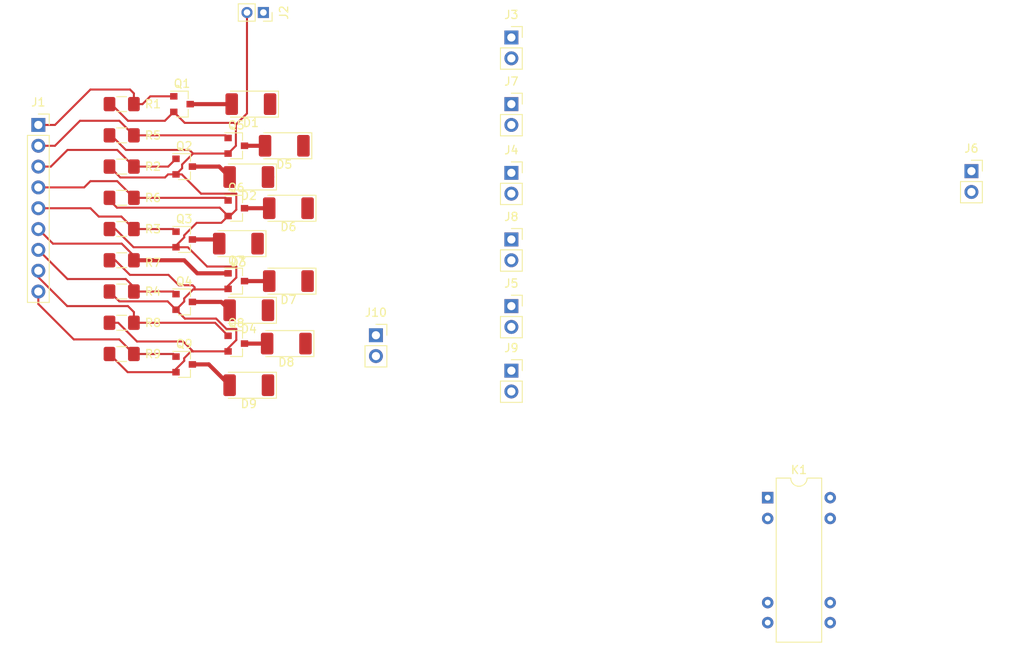
<source format=kicad_pcb>
(kicad_pcb (version 20171130) (host pcbnew "(5.1.6)-1")

  (general
    (thickness 1.6)
    (drawings 0)
    (tracks 156)
    (zones 0)
    (modules 38)
    (nets 24)
  )

  (page A4)
  (layers
    (0 F.Cu signal)
    (31 B.Cu signal)
    (32 B.Adhes user)
    (33 F.Adhes user)
    (34 B.Paste user)
    (35 F.Paste user)
    (36 B.SilkS user)
    (37 F.SilkS user)
    (38 B.Mask user)
    (39 F.Mask user)
    (40 Dwgs.User user)
    (41 Cmts.User user)
    (42 Eco1.User user)
    (43 Eco2.User user)
    (44 Edge.Cuts user)
    (45 Margin user)
    (46 B.CrtYd user)
    (47 F.CrtYd user)
    (48 B.Fab user)
    (49 F.Fab user)
  )

  (setup
    (last_trace_width 0.5)
    (user_trace_width 0.5)
    (trace_clearance 0.2)
    (zone_clearance 0.508)
    (zone_45_only no)
    (trace_min 0.2)
    (via_size 0.8)
    (via_drill 0.4)
    (via_min_size 0.4)
    (via_min_drill 0.3)
    (uvia_size 0.3)
    (uvia_drill 0.1)
    (uvias_allowed no)
    (uvia_min_size 0.2)
    (uvia_min_drill 0.1)
    (edge_width 0.05)
    (segment_width 0.2)
    (pcb_text_width 0.3)
    (pcb_text_size 1.5 1.5)
    (mod_edge_width 0.12)
    (mod_text_size 1 1)
    (mod_text_width 0.15)
    (pad_size 1.524 1.524)
    (pad_drill 0.762)
    (pad_to_mask_clearance 0.05)
    (aux_axis_origin 0 0)
    (visible_elements FFFFFF7F)
    (pcbplotparams
      (layerselection 0x010fc_ffffffff)
      (usegerberextensions false)
      (usegerberattributes true)
      (usegerberadvancedattributes true)
      (creategerberjobfile true)
      (excludeedgelayer true)
      (linewidth 0.100000)
      (plotframeref false)
      (viasonmask false)
      (mode 1)
      (useauxorigin false)
      (hpglpennumber 1)
      (hpglpenspeed 20)
      (hpglpendiameter 15.000000)
      (psnegative false)
      (psa4output false)
      (plotreference true)
      (plotvalue true)
      (plotinvisibletext false)
      (padsonsilk false)
      (subtractmaskfromsilk false)
      (outputformat 1)
      (mirror false)
      (drillshape 1)
      (scaleselection 1)
      (outputdirectory ""))
  )

  (net 0 "")
  (net 1 +24V)
  (net 2 "Net-(D1-Pad2)")
  (net 3 "Net-(D2-Pad2)")
  (net 4 "Net-(D3-Pad2)")
  (net 5 "Net-(D4-Pad2)")
  (net 6 "Net-(D5-Pad2)")
  (net 7 "Net-(D6-Pad2)")
  (net 8 "Net-(D7-Pad2)")
  (net 9 "Net-(D8-Pad2)")
  (net 10 "Net-(D9-Pad2)")
  (net 11 1M1_1)
  (net 12 1M1_2)
  (net 13 2M1_1)
  (net 14 2M1_2)
  (net 15 3M1_1)
  (net 16 3M1_2)
  (net 17 4M1_1)
  (net 18 Motor_24v)
  (net 19 Motor_230v)
  (net 20 GND)
  (net 21 "Net-(K1-Pad1)")
  (net 22 "Net-(K1-Pad7)")
  (net 23 "Net-(K1-Pad14)")

  (net_class Default "This is the default net class."
    (clearance 0.2)
    (trace_width 0.25)
    (via_dia 0.8)
    (via_drill 0.4)
    (uvia_dia 0.3)
    (uvia_drill 0.1)
    (add_net +24V)
    (add_net 1M1_1)
    (add_net 1M1_2)
    (add_net 2M1_1)
    (add_net 2M1_2)
    (add_net 3M1_1)
    (add_net 3M1_2)
    (add_net 4M1_1)
    (add_net GND)
    (add_net Motor_230v)
    (add_net Motor_24v)
    (add_net "Net-(D1-Pad2)")
    (add_net "Net-(D2-Pad2)")
    (add_net "Net-(D3-Pad2)")
    (add_net "Net-(D4-Pad2)")
    (add_net "Net-(D5-Pad2)")
    (add_net "Net-(D6-Pad2)")
    (add_net "Net-(D7-Pad2)")
    (add_net "Net-(D8-Pad2)")
    (add_net "Net-(D9-Pad2)")
    (add_net "Net-(K1-Pad1)")
    (add_net "Net-(K1-Pad14)")
    (add_net "Net-(K1-Pad7)")
  )

  (module Diode_SMD:D_2010_5025Metric_Pad1.52x2.65mm_HandSolder (layer F.Cu) (tedit 5B4B45C8) (tstamp 5EE8904A)
    (at 43.434 56.388 180)
    (descr "Diode SMD 2010 (5025 Metric), square (rectangular) end terminal, IPC_7351 nominal, (Body size source: http://www.tortai-tech.com/upload/download/2011102023233369053.pdf), generated with kicad-footprint-generator")
    (tags "diode handsolder")
    (path /5EE59EAB)
    (attr smd)
    (fp_text reference D3 (at 0 -2.28) (layer F.SilkS)
      (effects (font (size 1 1) (thickness 0.15)))
    )
    (fp_text value D (at 0 2.28) (layer F.Fab)
      (effects (font (size 1 1) (thickness 0.15)))
    )
    (fp_line (start 3.35 1.58) (end -3.35 1.58) (layer F.CrtYd) (width 0.05))
    (fp_line (start 3.35 -1.58) (end 3.35 1.58) (layer F.CrtYd) (width 0.05))
    (fp_line (start -3.35 -1.58) (end 3.35 -1.58) (layer F.CrtYd) (width 0.05))
    (fp_line (start -3.35 1.58) (end -3.35 -1.58) (layer F.CrtYd) (width 0.05))
    (fp_line (start -3.36 1.585) (end 2.5 1.585) (layer F.SilkS) (width 0.12))
    (fp_line (start -3.36 -1.585) (end -3.36 1.585) (layer F.SilkS) (width 0.12))
    (fp_line (start 2.5 -1.585) (end -3.36 -1.585) (layer F.SilkS) (width 0.12))
    (fp_line (start 2.5 1.25) (end 2.5 -1.25) (layer F.Fab) (width 0.1))
    (fp_line (start -2.5 1.25) (end 2.5 1.25) (layer F.Fab) (width 0.1))
    (fp_line (start -2.5 -0.625) (end -2.5 1.25) (layer F.Fab) (width 0.1))
    (fp_line (start -1.875 -1.25) (end -2.5 -0.625) (layer F.Fab) (width 0.1))
    (fp_line (start 2.5 -1.25) (end -1.875 -1.25) (layer F.Fab) (width 0.1))
    (fp_text user %R (at 0 0) (layer F.Fab)
      (effects (font (size 1 1) (thickness 0.15)))
    )
    (pad 1 smd roundrect (at -2.3375 0 180) (size 1.525 2.65) (layers F.Cu F.Paste F.Mask) (roundrect_rratio 0.163934)
      (net 1 +24V))
    (pad 2 smd roundrect (at 2.3375 0 180) (size 1.525 2.65) (layers F.Cu F.Paste F.Mask) (roundrect_rratio 0.163934)
      (net 4 "Net-(D3-Pad2)"))
    (model ${KISYS3DMOD}/Diode_SMD.3dshapes/D_2010_5025Metric.wrl
      (at (xyz 0 0 0))
      (scale (xyz 1 1 1))
      (rotate (xyz 0 0 0))
    )
  )

  (module Diode_SMD:D_2010_5025Metric_Pad1.52x2.65mm_HandSolder (layer F.Cu) (tedit 5B4B45C8) (tstamp 5EE89083)
    (at 49.53 52.07 180)
    (descr "Diode SMD 2010 (5025 Metric), square (rectangular) end terminal, IPC_7351 nominal, (Body size source: http://www.tortai-tech.com/upload/download/2011102023233369053.pdf), generated with kicad-footprint-generator")
    (tags "diode handsolder")
    (path /5EEDF374)
    (attr smd)
    (fp_text reference D6 (at 0 -2.28) (layer F.SilkS)
      (effects (font (size 1 1) (thickness 0.15)))
    )
    (fp_text value D (at 0 2.28) (layer F.Fab)
      (effects (font (size 1 1) (thickness 0.15)))
    )
    (fp_text user %R (at 0 0) (layer F.Fab)
      (effects (font (size 1 1) (thickness 0.15)))
    )
    (fp_line (start 2.5 -1.25) (end -1.875 -1.25) (layer F.Fab) (width 0.1))
    (fp_line (start -1.875 -1.25) (end -2.5 -0.625) (layer F.Fab) (width 0.1))
    (fp_line (start -2.5 -0.625) (end -2.5 1.25) (layer F.Fab) (width 0.1))
    (fp_line (start -2.5 1.25) (end 2.5 1.25) (layer F.Fab) (width 0.1))
    (fp_line (start 2.5 1.25) (end 2.5 -1.25) (layer F.Fab) (width 0.1))
    (fp_line (start 2.5 -1.585) (end -3.36 -1.585) (layer F.SilkS) (width 0.12))
    (fp_line (start -3.36 -1.585) (end -3.36 1.585) (layer F.SilkS) (width 0.12))
    (fp_line (start -3.36 1.585) (end 2.5 1.585) (layer F.SilkS) (width 0.12))
    (fp_line (start -3.35 1.58) (end -3.35 -1.58) (layer F.CrtYd) (width 0.05))
    (fp_line (start -3.35 -1.58) (end 3.35 -1.58) (layer F.CrtYd) (width 0.05))
    (fp_line (start 3.35 -1.58) (end 3.35 1.58) (layer F.CrtYd) (width 0.05))
    (fp_line (start 3.35 1.58) (end -3.35 1.58) (layer F.CrtYd) (width 0.05))
    (pad 2 smd roundrect (at 2.3375 0 180) (size 1.525 2.65) (layers F.Cu F.Paste F.Mask) (roundrect_rratio 0.163934)
      (net 7 "Net-(D6-Pad2)"))
    (pad 1 smd roundrect (at -2.3375 0 180) (size 1.525 2.65) (layers F.Cu F.Paste F.Mask) (roundrect_rratio 0.163934)
      (net 1 +24V))
    (model ${KISYS3DMOD}/Diode_SMD.3dshapes/D_2010_5025Metric.wrl
      (at (xyz 0 0 0))
      (scale (xyz 1 1 1))
      (rotate (xyz 0 0 0))
    )
  )

  (module Resistor_SMD:R_1206_3216Metric_Pad1.42x1.75mm_HandSolder (layer F.Cu) (tedit 5B301BBD) (tstamp 5EE89311)
    (at 29.21 69.85 180)
    (descr "Resistor SMD 1206 (3216 Metric), square (rectangular) end terminal, IPC_7351 nominal with elongated pad for handsoldering. (Body size source: http://www.tortai-tech.com/upload/download/2011102023233369053.pdf), generated with kicad-footprint-generator")
    (tags "resistor handsolder")
    (path /5EE55844)
    (attr smd)
    (fp_text reference R9 (at -3.81 0) (layer F.SilkS)
      (effects (font (size 1 1) (thickness 0.15)))
    )
    (fp_text value R (at 0 1.82) (layer F.Fab)
      (effects (font (size 1 1) (thickness 0.15)))
    )
    (fp_text user %R (at 0 0) (layer F.Fab)
      (effects (font (size 0.8 0.8) (thickness 0.12)))
    )
    (fp_line (start -1.6 0.8) (end -1.6 -0.8) (layer F.Fab) (width 0.1))
    (fp_line (start -1.6 -0.8) (end 1.6 -0.8) (layer F.Fab) (width 0.1))
    (fp_line (start 1.6 -0.8) (end 1.6 0.8) (layer F.Fab) (width 0.1))
    (fp_line (start 1.6 0.8) (end -1.6 0.8) (layer F.Fab) (width 0.1))
    (fp_line (start -0.602064 -0.91) (end 0.602064 -0.91) (layer F.SilkS) (width 0.12))
    (fp_line (start -0.602064 0.91) (end 0.602064 0.91) (layer F.SilkS) (width 0.12))
    (fp_line (start -2.45 1.12) (end -2.45 -1.12) (layer F.CrtYd) (width 0.05))
    (fp_line (start -2.45 -1.12) (end 2.45 -1.12) (layer F.CrtYd) (width 0.05))
    (fp_line (start 2.45 -1.12) (end 2.45 1.12) (layer F.CrtYd) (width 0.05))
    (fp_line (start 2.45 1.12) (end -2.45 1.12) (layer F.CrtYd) (width 0.05))
    (pad 2 smd roundrect (at 1.4875 0 180) (size 1.425 1.75) (layers F.Cu F.Paste F.Mask) (roundrect_rratio 0.175439)
      (net 20 GND))
    (pad 1 smd roundrect (at -1.4875 0 180) (size 1.425 1.75) (layers F.Cu F.Paste F.Mask) (roundrect_rratio 0.175439)
      (net 19 Motor_230v))
    (model ${KISYS3DMOD}/Resistor_SMD.3dshapes/R_1206_3216Metric.wrl
      (at (xyz 0 0 0))
      (scale (xyz 1 1 1))
      (rotate (xyz 0 0 0))
    )
  )

  (module Resistor_SMD:R_1206_3216Metric_Pad1.42x1.75mm_HandSolder (layer F.Cu) (tedit 5B301BBD) (tstamp 5EE89300)
    (at 29.21 66.04 180)
    (descr "Resistor SMD 1206 (3216 Metric), square (rectangular) end terminal, IPC_7351 nominal with elongated pad for handsoldering. (Body size source: http://www.tortai-tech.com/upload/download/2011102023233369053.pdf), generated with kicad-footprint-generator")
    (tags "resistor handsolder")
    (path /5EE6A0C5)
    (attr smd)
    (fp_text reference R8 (at -3.81 0) (layer F.SilkS)
      (effects (font (size 1 1) (thickness 0.15)))
    )
    (fp_text value R (at 0 1.82) (layer F.Fab)
      (effects (font (size 1 1) (thickness 0.15)))
    )
    (fp_text user %R (at 0 0) (layer F.Fab)
      (effects (font (size 0.8 0.8) (thickness 0.12)))
    )
    (fp_line (start -1.6 0.8) (end -1.6 -0.8) (layer F.Fab) (width 0.1))
    (fp_line (start -1.6 -0.8) (end 1.6 -0.8) (layer F.Fab) (width 0.1))
    (fp_line (start 1.6 -0.8) (end 1.6 0.8) (layer F.Fab) (width 0.1))
    (fp_line (start 1.6 0.8) (end -1.6 0.8) (layer F.Fab) (width 0.1))
    (fp_line (start -0.602064 -0.91) (end 0.602064 -0.91) (layer F.SilkS) (width 0.12))
    (fp_line (start -0.602064 0.91) (end 0.602064 0.91) (layer F.SilkS) (width 0.12))
    (fp_line (start -2.45 1.12) (end -2.45 -1.12) (layer F.CrtYd) (width 0.05))
    (fp_line (start -2.45 -1.12) (end 2.45 -1.12) (layer F.CrtYd) (width 0.05))
    (fp_line (start 2.45 -1.12) (end 2.45 1.12) (layer F.CrtYd) (width 0.05))
    (fp_line (start 2.45 1.12) (end -2.45 1.12) (layer F.CrtYd) (width 0.05))
    (pad 2 smd roundrect (at 1.4875 0 180) (size 1.425 1.75) (layers F.Cu F.Paste F.Mask) (roundrect_rratio 0.175439)
      (net 20 GND))
    (pad 1 smd roundrect (at -1.4875 0 180) (size 1.425 1.75) (layers F.Cu F.Paste F.Mask) (roundrect_rratio 0.175439)
      (net 18 Motor_24v))
    (model ${KISYS3DMOD}/Resistor_SMD.3dshapes/R_1206_3216Metric.wrl
      (at (xyz 0 0 0))
      (scale (xyz 1 1 1))
      (rotate (xyz 0 0 0))
    )
  )

  (module Resistor_SMD:R_1206_3216Metric_Pad1.42x1.75mm_HandSolder (layer F.Cu) (tedit 5B301BBD) (tstamp 5EE892EF)
    (at 29.21 58.42 180)
    (descr "Resistor SMD 1206 (3216 Metric), square (rectangular) end terminal, IPC_7351 nominal with elongated pad for handsoldering. (Body size source: http://www.tortai-tech.com/upload/download/2011102023233369053.pdf), generated with kicad-footprint-generator")
    (tags "resistor handsolder")
    (path /5EEDF338)
    (attr smd)
    (fp_text reference R7 (at -3.81 -0.295001) (layer F.SilkS)
      (effects (font (size 1 1) (thickness 0.15)))
    )
    (fp_text value R (at 0 1.82) (layer F.Fab)
      (effects (font (size 1 1) (thickness 0.15)))
    )
    (fp_text user %R (at 0 0) (layer F.Fab)
      (effects (font (size 0.8 0.8) (thickness 0.12)))
    )
    (fp_line (start -1.6 0.8) (end -1.6 -0.8) (layer F.Fab) (width 0.1))
    (fp_line (start -1.6 -0.8) (end 1.6 -0.8) (layer F.Fab) (width 0.1))
    (fp_line (start 1.6 -0.8) (end 1.6 0.8) (layer F.Fab) (width 0.1))
    (fp_line (start 1.6 0.8) (end -1.6 0.8) (layer F.Fab) (width 0.1))
    (fp_line (start -0.602064 -0.91) (end 0.602064 -0.91) (layer F.SilkS) (width 0.12))
    (fp_line (start -0.602064 0.91) (end 0.602064 0.91) (layer F.SilkS) (width 0.12))
    (fp_line (start -2.45 1.12) (end -2.45 -1.12) (layer F.CrtYd) (width 0.05))
    (fp_line (start -2.45 -1.12) (end 2.45 -1.12) (layer F.CrtYd) (width 0.05))
    (fp_line (start 2.45 -1.12) (end 2.45 1.12) (layer F.CrtYd) (width 0.05))
    (fp_line (start 2.45 1.12) (end -2.45 1.12) (layer F.CrtYd) (width 0.05))
    (pad 2 smd roundrect (at 1.4875 0 180) (size 1.425 1.75) (layers F.Cu F.Paste F.Mask) (roundrect_rratio 0.175439)
      (net 20 GND))
    (pad 1 smd roundrect (at -1.4875 0 180) (size 1.425 1.75) (layers F.Cu F.Paste F.Mask) (roundrect_rratio 0.175439)
      (net 16 3M1_2))
    (model ${KISYS3DMOD}/Resistor_SMD.3dshapes/R_1206_3216Metric.wrl
      (at (xyz 0 0 0))
      (scale (xyz 1 1 1))
      (rotate (xyz 0 0 0))
    )
  )

  (module Resistor_SMD:R_1206_3216Metric_Pad1.42x1.75mm_HandSolder (layer F.Cu) (tedit 5B301BBD) (tstamp 5EE892DE)
    (at 29.21 50.8 180)
    (descr "Resistor SMD 1206 (3216 Metric), square (rectangular) end terminal, IPC_7351 nominal with elongated pad for handsoldering. (Body size source: http://www.tortai-tech.com/upload/download/2011102023233369053.pdf), generated with kicad-footprint-generator")
    (tags "resistor handsolder")
    (path /5EEDF36E)
    (attr smd)
    (fp_text reference R6 (at -3.81 0) (layer F.SilkS)
      (effects (font (size 1 1) (thickness 0.15)))
    )
    (fp_text value R (at 0 1.82) (layer F.Fab)
      (effects (font (size 1 1) (thickness 0.15)))
    )
    (fp_text user %R (at 0 0) (layer F.Fab)
      (effects (font (size 0.8 0.8) (thickness 0.12)))
    )
    (fp_line (start -1.6 0.8) (end -1.6 -0.8) (layer F.Fab) (width 0.1))
    (fp_line (start -1.6 -0.8) (end 1.6 -0.8) (layer F.Fab) (width 0.1))
    (fp_line (start 1.6 -0.8) (end 1.6 0.8) (layer F.Fab) (width 0.1))
    (fp_line (start 1.6 0.8) (end -1.6 0.8) (layer F.Fab) (width 0.1))
    (fp_line (start -0.602064 -0.91) (end 0.602064 -0.91) (layer F.SilkS) (width 0.12))
    (fp_line (start -0.602064 0.91) (end 0.602064 0.91) (layer F.SilkS) (width 0.12))
    (fp_line (start -2.45 1.12) (end -2.45 -1.12) (layer F.CrtYd) (width 0.05))
    (fp_line (start -2.45 -1.12) (end 2.45 -1.12) (layer F.CrtYd) (width 0.05))
    (fp_line (start 2.45 -1.12) (end 2.45 1.12) (layer F.CrtYd) (width 0.05))
    (fp_line (start 2.45 1.12) (end -2.45 1.12) (layer F.CrtYd) (width 0.05))
    (pad 2 smd roundrect (at 1.4875 0 180) (size 1.425 1.75) (layers F.Cu F.Paste F.Mask) (roundrect_rratio 0.175439)
      (net 20 GND))
    (pad 1 smd roundrect (at -1.4875 0 180) (size 1.425 1.75) (layers F.Cu F.Paste F.Mask) (roundrect_rratio 0.175439)
      (net 14 2M1_2))
    (model ${KISYS3DMOD}/Resistor_SMD.3dshapes/R_1206_3216Metric.wrl
      (at (xyz 0 0 0))
      (scale (xyz 1 1 1))
      (rotate (xyz 0 0 0))
    )
  )

  (module Resistor_SMD:R_1206_3216Metric_Pad1.42x1.75mm_HandSolder (layer F.Cu) (tedit 5B301BBD) (tstamp 5EE892CD)
    (at 29.21 43.18 180)
    (descr "Resistor SMD 1206 (3216 Metric), square (rectangular) end terminal, IPC_7351 nominal with elongated pad for handsoldering. (Body size source: http://www.tortai-tech.com/upload/download/2011102023233369053.pdf), generated with kicad-footprint-generator")
    (tags "resistor handsolder")
    (path /5EEDF3A4)
    (attr smd)
    (fp_text reference R5 (at -3.81 0) (layer F.SilkS)
      (effects (font (size 1 1) (thickness 0.15)))
    )
    (fp_text value R (at 0 1.82) (layer F.Fab)
      (effects (font (size 1 1) (thickness 0.15)))
    )
    (fp_text user %R (at 0 0) (layer F.Fab)
      (effects (font (size 0.8 0.8) (thickness 0.12)))
    )
    (fp_line (start -1.6 0.8) (end -1.6 -0.8) (layer F.Fab) (width 0.1))
    (fp_line (start -1.6 -0.8) (end 1.6 -0.8) (layer F.Fab) (width 0.1))
    (fp_line (start 1.6 -0.8) (end 1.6 0.8) (layer F.Fab) (width 0.1))
    (fp_line (start 1.6 0.8) (end -1.6 0.8) (layer F.Fab) (width 0.1))
    (fp_line (start -0.602064 -0.91) (end 0.602064 -0.91) (layer F.SilkS) (width 0.12))
    (fp_line (start -0.602064 0.91) (end 0.602064 0.91) (layer F.SilkS) (width 0.12))
    (fp_line (start -2.45 1.12) (end -2.45 -1.12) (layer F.CrtYd) (width 0.05))
    (fp_line (start -2.45 -1.12) (end 2.45 -1.12) (layer F.CrtYd) (width 0.05))
    (fp_line (start 2.45 -1.12) (end 2.45 1.12) (layer F.CrtYd) (width 0.05))
    (fp_line (start 2.45 1.12) (end -2.45 1.12) (layer F.CrtYd) (width 0.05))
    (pad 2 smd roundrect (at 1.4875 0 180) (size 1.425 1.75) (layers F.Cu F.Paste F.Mask) (roundrect_rratio 0.175439)
      (net 20 GND))
    (pad 1 smd roundrect (at -1.4875 0 180) (size 1.425 1.75) (layers F.Cu F.Paste F.Mask) (roundrect_rratio 0.175439)
      (net 12 1M1_2))
    (model ${KISYS3DMOD}/Resistor_SMD.3dshapes/R_1206_3216Metric.wrl
      (at (xyz 0 0 0))
      (scale (xyz 1 1 1))
      (rotate (xyz 0 0 0))
    )
  )

  (module Resistor_SMD:R_1206_3216Metric_Pad1.42x1.75mm_HandSolder (layer F.Cu) (tedit 5B301BBD) (tstamp 5EE892BC)
    (at 29.21 62.23 180)
    (descr "Resistor SMD 1206 (3216 Metric), square (rectangular) end terminal, IPC_7351 nominal with elongated pad for handsoldering. (Body size source: http://www.tortai-tech.com/upload/download/2011102023233369053.pdf), generated with kicad-footprint-generator")
    (tags "resistor handsolder")
    (path /5EE486B2)
    (attr smd)
    (fp_text reference R4 (at -3.81 0) (layer F.SilkS)
      (effects (font (size 1 1) (thickness 0.15)))
    )
    (fp_text value R (at 0 1.82) (layer F.Fab)
      (effects (font (size 1 1) (thickness 0.15)))
    )
    (fp_text user %R (at 0 0) (layer F.Fab)
      (effects (font (size 0.8 0.8) (thickness 0.12)))
    )
    (fp_line (start -1.6 0.8) (end -1.6 -0.8) (layer F.Fab) (width 0.1))
    (fp_line (start -1.6 -0.8) (end 1.6 -0.8) (layer F.Fab) (width 0.1))
    (fp_line (start 1.6 -0.8) (end 1.6 0.8) (layer F.Fab) (width 0.1))
    (fp_line (start 1.6 0.8) (end -1.6 0.8) (layer F.Fab) (width 0.1))
    (fp_line (start -0.602064 -0.91) (end 0.602064 -0.91) (layer F.SilkS) (width 0.12))
    (fp_line (start -0.602064 0.91) (end 0.602064 0.91) (layer F.SilkS) (width 0.12))
    (fp_line (start -2.45 1.12) (end -2.45 -1.12) (layer F.CrtYd) (width 0.05))
    (fp_line (start -2.45 -1.12) (end 2.45 -1.12) (layer F.CrtYd) (width 0.05))
    (fp_line (start 2.45 -1.12) (end 2.45 1.12) (layer F.CrtYd) (width 0.05))
    (fp_line (start 2.45 1.12) (end -2.45 1.12) (layer F.CrtYd) (width 0.05))
    (pad 2 smd roundrect (at 1.4875 0 180) (size 1.425 1.75) (layers F.Cu F.Paste F.Mask) (roundrect_rratio 0.175439)
      (net 20 GND))
    (pad 1 smd roundrect (at -1.4875 0 180) (size 1.425 1.75) (layers F.Cu F.Paste F.Mask) (roundrect_rratio 0.175439)
      (net 17 4M1_1))
    (model ${KISYS3DMOD}/Resistor_SMD.3dshapes/R_1206_3216Metric.wrl
      (at (xyz 0 0 0))
      (scale (xyz 1 1 1))
      (rotate (xyz 0 0 0))
    )
  )

  (module Resistor_SMD:R_1206_3216Metric_Pad1.42x1.75mm_HandSolder (layer F.Cu) (tedit 5B301BBD) (tstamp 5EE892AB)
    (at 29.21 54.61 180)
    (descr "Resistor SMD 1206 (3216 Metric), square (rectangular) end terminal, IPC_7351 nominal with elongated pad for handsoldering. (Body size source: http://www.tortai-tech.com/upload/download/2011102023233369053.pdf), generated with kicad-footprint-generator")
    (tags "resistor handsolder")
    (path /5EE59EA5)
    (attr smd)
    (fp_text reference R3 (at -3.81 0) (layer F.SilkS)
      (effects (font (size 1 1) (thickness 0.15)))
    )
    (fp_text value R (at 0 1.82) (layer F.Fab)
      (effects (font (size 1 1) (thickness 0.15)))
    )
    (fp_text user %R (at 0 0) (layer F.Fab)
      (effects (font (size 0.8 0.8) (thickness 0.12)))
    )
    (fp_line (start -1.6 0.8) (end -1.6 -0.8) (layer F.Fab) (width 0.1))
    (fp_line (start -1.6 -0.8) (end 1.6 -0.8) (layer F.Fab) (width 0.1))
    (fp_line (start 1.6 -0.8) (end 1.6 0.8) (layer F.Fab) (width 0.1))
    (fp_line (start 1.6 0.8) (end -1.6 0.8) (layer F.Fab) (width 0.1))
    (fp_line (start -0.602064 -0.91) (end 0.602064 -0.91) (layer F.SilkS) (width 0.12))
    (fp_line (start -0.602064 0.91) (end 0.602064 0.91) (layer F.SilkS) (width 0.12))
    (fp_line (start -2.45 1.12) (end -2.45 -1.12) (layer F.CrtYd) (width 0.05))
    (fp_line (start -2.45 -1.12) (end 2.45 -1.12) (layer F.CrtYd) (width 0.05))
    (fp_line (start 2.45 -1.12) (end 2.45 1.12) (layer F.CrtYd) (width 0.05))
    (fp_line (start 2.45 1.12) (end -2.45 1.12) (layer F.CrtYd) (width 0.05))
    (pad 2 smd roundrect (at 1.4875 0 180) (size 1.425 1.75) (layers F.Cu F.Paste F.Mask) (roundrect_rratio 0.175439)
      (net 20 GND))
    (pad 1 smd roundrect (at -1.4875 0 180) (size 1.425 1.75) (layers F.Cu F.Paste F.Mask) (roundrect_rratio 0.175439)
      (net 15 3M1_1))
    (model ${KISYS3DMOD}/Resistor_SMD.3dshapes/R_1206_3216Metric.wrl
      (at (xyz 0 0 0))
      (scale (xyz 1 1 1))
      (rotate (xyz 0 0 0))
    )
  )

  (module Resistor_SMD:R_1206_3216Metric_Pad1.42x1.75mm_HandSolder (layer F.Cu) (tedit 5B301BBD) (tstamp 5EE8929A)
    (at 29.21 46.99 180)
    (descr "Resistor SMD 1206 (3216 Metric), square (rectangular) end terminal, IPC_7351 nominal with elongated pad for handsoldering. (Body size source: http://www.tortai-tech.com/upload/download/2011102023233369053.pdf), generated with kicad-footprint-generator")
    (tags "resistor handsolder")
    (path /5EE5C5B9)
    (attr smd)
    (fp_text reference R2 (at -3.81 0) (layer F.SilkS)
      (effects (font (size 1 1) (thickness 0.15)))
    )
    (fp_text value R (at 0 1.82) (layer F.Fab)
      (effects (font (size 1 1) (thickness 0.15)))
    )
    (fp_text user %R (at 0 0) (layer F.Fab)
      (effects (font (size 0.8 0.8) (thickness 0.12)))
    )
    (fp_line (start -1.6 0.8) (end -1.6 -0.8) (layer F.Fab) (width 0.1))
    (fp_line (start -1.6 -0.8) (end 1.6 -0.8) (layer F.Fab) (width 0.1))
    (fp_line (start 1.6 -0.8) (end 1.6 0.8) (layer F.Fab) (width 0.1))
    (fp_line (start 1.6 0.8) (end -1.6 0.8) (layer F.Fab) (width 0.1))
    (fp_line (start -0.602064 -0.91) (end 0.602064 -0.91) (layer F.SilkS) (width 0.12))
    (fp_line (start -0.602064 0.91) (end 0.602064 0.91) (layer F.SilkS) (width 0.12))
    (fp_line (start -2.45 1.12) (end -2.45 -1.12) (layer F.CrtYd) (width 0.05))
    (fp_line (start -2.45 -1.12) (end 2.45 -1.12) (layer F.CrtYd) (width 0.05))
    (fp_line (start 2.45 -1.12) (end 2.45 1.12) (layer F.CrtYd) (width 0.05))
    (fp_line (start 2.45 1.12) (end -2.45 1.12) (layer F.CrtYd) (width 0.05))
    (pad 2 smd roundrect (at 1.4875 0 180) (size 1.425 1.75) (layers F.Cu F.Paste F.Mask) (roundrect_rratio 0.175439)
      (net 20 GND))
    (pad 1 smd roundrect (at -1.4875 0 180) (size 1.425 1.75) (layers F.Cu F.Paste F.Mask) (roundrect_rratio 0.175439)
      (net 13 2M1_1))
    (model ${KISYS3DMOD}/Resistor_SMD.3dshapes/R_1206_3216Metric.wrl
      (at (xyz 0 0 0))
      (scale (xyz 1 1 1))
      (rotate (xyz 0 0 0))
    )
  )

  (module Resistor_SMD:R_1206_3216Metric_Pad1.42x1.75mm_HandSolder (layer F.Cu) (tedit 5B301BBD) (tstamp 5EE90593)
    (at 29.21 39.37 180)
    (descr "Resistor SMD 1206 (3216 Metric), square (rectangular) end terminal, IPC_7351 nominal with elongated pad for handsoldering. (Body size source: http://www.tortai-tech.com/upload/download/2011102023233369053.pdf), generated with kicad-footprint-generator")
    (tags "resistor handsolder")
    (path /5EE5FB9F)
    (attr smd)
    (fp_text reference R1 (at -3.81 0) (layer F.SilkS)
      (effects (font (size 1 1) (thickness 0.15)))
    )
    (fp_text value R (at 0 1.82) (layer F.Fab)
      (effects (font (size 1 1) (thickness 0.15)))
    )
    (fp_text user %R (at 0 0) (layer F.Fab)
      (effects (font (size 0.8 0.8) (thickness 0.12)))
    )
    (fp_line (start -1.6 0.8) (end -1.6 -0.8) (layer F.Fab) (width 0.1))
    (fp_line (start -1.6 -0.8) (end 1.6 -0.8) (layer F.Fab) (width 0.1))
    (fp_line (start 1.6 -0.8) (end 1.6 0.8) (layer F.Fab) (width 0.1))
    (fp_line (start 1.6 0.8) (end -1.6 0.8) (layer F.Fab) (width 0.1))
    (fp_line (start -0.602064 -0.91) (end 0.602064 -0.91) (layer F.SilkS) (width 0.12))
    (fp_line (start -0.602064 0.91) (end 0.602064 0.91) (layer F.SilkS) (width 0.12))
    (fp_line (start -2.45 1.12) (end -2.45 -1.12) (layer F.CrtYd) (width 0.05))
    (fp_line (start -2.45 -1.12) (end 2.45 -1.12) (layer F.CrtYd) (width 0.05))
    (fp_line (start 2.45 -1.12) (end 2.45 1.12) (layer F.CrtYd) (width 0.05))
    (fp_line (start 2.45 1.12) (end -2.45 1.12) (layer F.CrtYd) (width 0.05))
    (pad 2 smd roundrect (at 1.4875 0 180) (size 1.425 1.75) (layers F.Cu F.Paste F.Mask) (roundrect_rratio 0.175439)
      (net 20 GND))
    (pad 1 smd roundrect (at -1.4875 0 180) (size 1.425 1.75) (layers F.Cu F.Paste F.Mask) (roundrect_rratio 0.175439)
      (net 11 1M1_1))
    (model ${KISYS3DMOD}/Resistor_SMD.3dshapes/R_1206_3216Metric.wrl
      (at (xyz 0 0 0))
      (scale (xyz 1 1 1))
      (rotate (xyz 0 0 0))
    )
  )

  (module Diode_SMD:D_2010_5025Metric_Pad1.52x2.65mm_HandSolder (layer F.Cu) (tedit 5B4B45C8) (tstamp 5EE89024)
    (at 44.958 39.37 180)
    (descr "Diode SMD 2010 (5025 Metric), square (rectangular) end terminal, IPC_7351 nominal, (Body size source: http://www.tortai-tech.com/upload/download/2011102023233369053.pdf), generated with kicad-footprint-generator")
    (tags "diode handsolder")
    (path /5EE5FBA5)
    (attr smd)
    (fp_text reference D1 (at 0 -2.28) (layer F.SilkS)
      (effects (font (size 1 1) (thickness 0.15)))
    )
    (fp_text value D (at 0 2.28) (layer F.Fab)
      (effects (font (size 1 1) (thickness 0.15)))
    )
    (fp_line (start 3.35 1.58) (end -3.35 1.58) (layer F.CrtYd) (width 0.05))
    (fp_line (start 3.35 -1.58) (end 3.35 1.58) (layer F.CrtYd) (width 0.05))
    (fp_line (start -3.35 -1.58) (end 3.35 -1.58) (layer F.CrtYd) (width 0.05))
    (fp_line (start -3.35 1.58) (end -3.35 -1.58) (layer F.CrtYd) (width 0.05))
    (fp_line (start -3.36 1.585) (end 2.5 1.585) (layer F.SilkS) (width 0.12))
    (fp_line (start -3.36 -1.585) (end -3.36 1.585) (layer F.SilkS) (width 0.12))
    (fp_line (start 2.5 -1.585) (end -3.36 -1.585) (layer F.SilkS) (width 0.12))
    (fp_line (start 2.5 1.25) (end 2.5 -1.25) (layer F.Fab) (width 0.1))
    (fp_line (start -2.5 1.25) (end 2.5 1.25) (layer F.Fab) (width 0.1))
    (fp_line (start -2.5 -0.625) (end -2.5 1.25) (layer F.Fab) (width 0.1))
    (fp_line (start -1.875 -1.25) (end -2.5 -0.625) (layer F.Fab) (width 0.1))
    (fp_line (start 2.5 -1.25) (end -1.875 -1.25) (layer F.Fab) (width 0.1))
    (fp_text user %R (at 0 0) (layer F.Fab)
      (effects (font (size 1 1) (thickness 0.15)))
    )
    (pad 1 smd roundrect (at -2.3375 0 180) (size 1.525 2.65) (layers F.Cu F.Paste F.Mask) (roundrect_rratio 0.163934)
      (net 1 +24V))
    (pad 2 smd roundrect (at 2.3375 0 180) (size 1.525 2.65) (layers F.Cu F.Paste F.Mask) (roundrect_rratio 0.163934)
      (net 2 "Net-(D1-Pad2)"))
    (model ${KISYS3DMOD}/Diode_SMD.3dshapes/D_2010_5025Metric.wrl
      (at (xyz 0 0 0))
      (scale (xyz 1 1 1))
      (rotate (xyz 0 0 0))
    )
  )

  (module Diode_SMD:D_2010_5025Metric_Pad1.52x2.65mm_HandSolder (layer F.Cu) (tedit 5B4B45C8) (tstamp 5EE89037)
    (at 44.704 48.26 180)
    (descr "Diode SMD 2010 (5025 Metric), square (rectangular) end terminal, IPC_7351 nominal, (Body size source: http://www.tortai-tech.com/upload/download/2011102023233369053.pdf), generated with kicad-footprint-generator")
    (tags "diode handsolder")
    (path /5EE5C5BF)
    (attr smd)
    (fp_text reference D2 (at 0 -2.28) (layer F.SilkS)
      (effects (font (size 1 1) (thickness 0.15)))
    )
    (fp_text value D (at 0 2.28) (layer F.Fab)
      (effects (font (size 1 1) (thickness 0.15)))
    )
    (fp_text user %R (at 0 0) (layer F.Fab)
      (effects (font (size 1 1) (thickness 0.15)))
    )
    (fp_line (start 2.5 -1.25) (end -1.875 -1.25) (layer F.Fab) (width 0.1))
    (fp_line (start -1.875 -1.25) (end -2.5 -0.625) (layer F.Fab) (width 0.1))
    (fp_line (start -2.5 -0.625) (end -2.5 1.25) (layer F.Fab) (width 0.1))
    (fp_line (start -2.5 1.25) (end 2.5 1.25) (layer F.Fab) (width 0.1))
    (fp_line (start 2.5 1.25) (end 2.5 -1.25) (layer F.Fab) (width 0.1))
    (fp_line (start 2.5 -1.585) (end -3.36 -1.585) (layer F.SilkS) (width 0.12))
    (fp_line (start -3.36 -1.585) (end -3.36 1.585) (layer F.SilkS) (width 0.12))
    (fp_line (start -3.36 1.585) (end 2.5 1.585) (layer F.SilkS) (width 0.12))
    (fp_line (start -3.35 1.58) (end -3.35 -1.58) (layer F.CrtYd) (width 0.05))
    (fp_line (start -3.35 -1.58) (end 3.35 -1.58) (layer F.CrtYd) (width 0.05))
    (fp_line (start 3.35 -1.58) (end 3.35 1.58) (layer F.CrtYd) (width 0.05))
    (fp_line (start 3.35 1.58) (end -3.35 1.58) (layer F.CrtYd) (width 0.05))
    (pad 2 smd roundrect (at 2.3375 0 180) (size 1.525 2.65) (layers F.Cu F.Paste F.Mask) (roundrect_rratio 0.163934)
      (net 3 "Net-(D2-Pad2)"))
    (pad 1 smd roundrect (at -2.3375 0 180) (size 1.525 2.65) (layers F.Cu F.Paste F.Mask) (roundrect_rratio 0.163934)
      (net 1 +24V))
    (model ${KISYS3DMOD}/Diode_SMD.3dshapes/D_2010_5025Metric.wrl
      (at (xyz 0 0 0))
      (scale (xyz 1 1 1))
      (rotate (xyz 0 0 0))
    )
  )

  (module Diode_SMD:D_2010_5025Metric_Pad1.52x2.65mm_HandSolder (layer F.Cu) (tedit 5B4B45C8) (tstamp 5EE8905D)
    (at 44.704 64.516 180)
    (descr "Diode SMD 2010 (5025 Metric), square (rectangular) end terminal, IPC_7351 nominal, (Body size source: http://www.tortai-tech.com/upload/download/2011102023233369053.pdf), generated with kicad-footprint-generator")
    (tags "diode handsolder")
    (path /5EE486B8)
    (attr smd)
    (fp_text reference D4 (at 0 -2.28) (layer F.SilkS)
      (effects (font (size 1 1) (thickness 0.15)))
    )
    (fp_text value D (at 0 2.28) (layer F.Fab)
      (effects (font (size 1 1) (thickness 0.15)))
    )
    (fp_text user %R (at 0 0) (layer F.Fab)
      (effects (font (size 1 1) (thickness 0.15)))
    )
    (fp_line (start 2.5 -1.25) (end -1.875 -1.25) (layer F.Fab) (width 0.1))
    (fp_line (start -1.875 -1.25) (end -2.5 -0.625) (layer F.Fab) (width 0.1))
    (fp_line (start -2.5 -0.625) (end -2.5 1.25) (layer F.Fab) (width 0.1))
    (fp_line (start -2.5 1.25) (end 2.5 1.25) (layer F.Fab) (width 0.1))
    (fp_line (start 2.5 1.25) (end 2.5 -1.25) (layer F.Fab) (width 0.1))
    (fp_line (start 2.5 -1.585) (end -3.36 -1.585) (layer F.SilkS) (width 0.12))
    (fp_line (start -3.36 -1.585) (end -3.36 1.585) (layer F.SilkS) (width 0.12))
    (fp_line (start -3.36 1.585) (end 2.5 1.585) (layer F.SilkS) (width 0.12))
    (fp_line (start -3.35 1.58) (end -3.35 -1.58) (layer F.CrtYd) (width 0.05))
    (fp_line (start -3.35 -1.58) (end 3.35 -1.58) (layer F.CrtYd) (width 0.05))
    (fp_line (start 3.35 -1.58) (end 3.35 1.58) (layer F.CrtYd) (width 0.05))
    (fp_line (start 3.35 1.58) (end -3.35 1.58) (layer F.CrtYd) (width 0.05))
    (pad 2 smd roundrect (at 2.3375 0 180) (size 1.525 2.65) (layers F.Cu F.Paste F.Mask) (roundrect_rratio 0.163934)
      (net 5 "Net-(D4-Pad2)"))
    (pad 1 smd roundrect (at -2.3375 0 180) (size 1.525 2.65) (layers F.Cu F.Paste F.Mask) (roundrect_rratio 0.163934)
      (net 1 +24V))
    (model ${KISYS3DMOD}/Diode_SMD.3dshapes/D_2010_5025Metric.wrl
      (at (xyz 0 0 0))
      (scale (xyz 1 1 1))
      (rotate (xyz 0 0 0))
    )
  )

  (module Diode_SMD:D_2010_5025Metric_Pad1.52x2.65mm_HandSolder (layer F.Cu) (tedit 5B4B45C8) (tstamp 5EE89070)
    (at 49.022 44.45 180)
    (descr "Diode SMD 2010 (5025 Metric), square (rectangular) end terminal, IPC_7351 nominal, (Body size source: http://www.tortai-tech.com/upload/download/2011102023233369053.pdf), generated with kicad-footprint-generator")
    (tags "diode handsolder")
    (path /5EEDF3AA)
    (attr smd)
    (fp_text reference D5 (at 0 -2.28) (layer F.SilkS)
      (effects (font (size 1 1) (thickness 0.15)))
    )
    (fp_text value D (at 0 2.28) (layer F.Fab)
      (effects (font (size 1 1) (thickness 0.15)))
    )
    (fp_line (start 3.35 1.58) (end -3.35 1.58) (layer F.CrtYd) (width 0.05))
    (fp_line (start 3.35 -1.58) (end 3.35 1.58) (layer F.CrtYd) (width 0.05))
    (fp_line (start -3.35 -1.58) (end 3.35 -1.58) (layer F.CrtYd) (width 0.05))
    (fp_line (start -3.35 1.58) (end -3.35 -1.58) (layer F.CrtYd) (width 0.05))
    (fp_line (start -3.36 1.585) (end 2.5 1.585) (layer F.SilkS) (width 0.12))
    (fp_line (start -3.36 -1.585) (end -3.36 1.585) (layer F.SilkS) (width 0.12))
    (fp_line (start 2.5 -1.585) (end -3.36 -1.585) (layer F.SilkS) (width 0.12))
    (fp_line (start 2.5 1.25) (end 2.5 -1.25) (layer F.Fab) (width 0.1))
    (fp_line (start -2.5 1.25) (end 2.5 1.25) (layer F.Fab) (width 0.1))
    (fp_line (start -2.5 -0.625) (end -2.5 1.25) (layer F.Fab) (width 0.1))
    (fp_line (start -1.875 -1.25) (end -2.5 -0.625) (layer F.Fab) (width 0.1))
    (fp_line (start 2.5 -1.25) (end -1.875 -1.25) (layer F.Fab) (width 0.1))
    (fp_text user %R (at 0 0) (layer F.Fab)
      (effects (font (size 1 1) (thickness 0.15)))
    )
    (pad 1 smd roundrect (at -2.3375 0 180) (size 1.525 2.65) (layers F.Cu F.Paste F.Mask) (roundrect_rratio 0.163934)
      (net 1 +24V))
    (pad 2 smd roundrect (at 2.3375 0 180) (size 1.525 2.65) (layers F.Cu F.Paste F.Mask) (roundrect_rratio 0.163934)
      (net 6 "Net-(D5-Pad2)"))
    (model ${KISYS3DMOD}/Diode_SMD.3dshapes/D_2010_5025Metric.wrl
      (at (xyz 0 0 0))
      (scale (xyz 1 1 1))
      (rotate (xyz 0 0 0))
    )
  )

  (module Diode_SMD:D_2010_5025Metric_Pad1.52x2.65mm_HandSolder (layer F.Cu) (tedit 5B4B45C8) (tstamp 5EE89096)
    (at 49.53 60.96 180)
    (descr "Diode SMD 2010 (5025 Metric), square (rectangular) end terminal, IPC_7351 nominal, (Body size source: http://www.tortai-tech.com/upload/download/2011102023233369053.pdf), generated with kicad-footprint-generator")
    (tags "diode handsolder")
    (path /5EEDF33E)
    (attr smd)
    (fp_text reference D7 (at 0 -2.28) (layer F.SilkS)
      (effects (font (size 1 1) (thickness 0.15)))
    )
    (fp_text value D (at 0 2.28) (layer F.Fab)
      (effects (font (size 1 1) (thickness 0.15)))
    )
    (fp_line (start 3.35 1.58) (end -3.35 1.58) (layer F.CrtYd) (width 0.05))
    (fp_line (start 3.35 -1.58) (end 3.35 1.58) (layer F.CrtYd) (width 0.05))
    (fp_line (start -3.35 -1.58) (end 3.35 -1.58) (layer F.CrtYd) (width 0.05))
    (fp_line (start -3.35 1.58) (end -3.35 -1.58) (layer F.CrtYd) (width 0.05))
    (fp_line (start -3.36 1.585) (end 2.5 1.585) (layer F.SilkS) (width 0.12))
    (fp_line (start -3.36 -1.585) (end -3.36 1.585) (layer F.SilkS) (width 0.12))
    (fp_line (start 2.5 -1.585) (end -3.36 -1.585) (layer F.SilkS) (width 0.12))
    (fp_line (start 2.5 1.25) (end 2.5 -1.25) (layer F.Fab) (width 0.1))
    (fp_line (start -2.5 1.25) (end 2.5 1.25) (layer F.Fab) (width 0.1))
    (fp_line (start -2.5 -0.625) (end -2.5 1.25) (layer F.Fab) (width 0.1))
    (fp_line (start -1.875 -1.25) (end -2.5 -0.625) (layer F.Fab) (width 0.1))
    (fp_line (start 2.5 -1.25) (end -1.875 -1.25) (layer F.Fab) (width 0.1))
    (fp_text user %R (at 0 0) (layer F.Fab)
      (effects (font (size 1 1) (thickness 0.15)))
    )
    (pad 1 smd roundrect (at -2.3375 0 180) (size 1.525 2.65) (layers F.Cu F.Paste F.Mask) (roundrect_rratio 0.163934)
      (net 1 +24V))
    (pad 2 smd roundrect (at 2.3375 0 180) (size 1.525 2.65) (layers F.Cu F.Paste F.Mask) (roundrect_rratio 0.163934)
      (net 8 "Net-(D7-Pad2)"))
    (model ${KISYS3DMOD}/Diode_SMD.3dshapes/D_2010_5025Metric.wrl
      (at (xyz 0 0 0))
      (scale (xyz 1 1 1))
      (rotate (xyz 0 0 0))
    )
  )

  (module Diode_SMD:D_2010_5025Metric_Pad1.52x2.65mm_HandSolder (layer F.Cu) (tedit 5B4B45C8) (tstamp 5EE890A9)
    (at 49.276 68.58 180)
    (descr "Diode SMD 2010 (5025 Metric), square (rectangular) end terminal, IPC_7351 nominal, (Body size source: http://www.tortai-tech.com/upload/download/2011102023233369053.pdf), generated with kicad-footprint-generator")
    (tags "diode handsolder")
    (path /5EE6A0CB)
    (attr smd)
    (fp_text reference D8 (at 0 -2.28) (layer F.SilkS)
      (effects (font (size 1 1) (thickness 0.15)))
    )
    (fp_text value D (at 0 2.28) (layer F.Fab)
      (effects (font (size 1 1) (thickness 0.15)))
    )
    (fp_line (start 3.35 1.58) (end -3.35 1.58) (layer F.CrtYd) (width 0.05))
    (fp_line (start 3.35 -1.58) (end 3.35 1.58) (layer F.CrtYd) (width 0.05))
    (fp_line (start -3.35 -1.58) (end 3.35 -1.58) (layer F.CrtYd) (width 0.05))
    (fp_line (start -3.35 1.58) (end -3.35 -1.58) (layer F.CrtYd) (width 0.05))
    (fp_line (start -3.36 1.585) (end 2.5 1.585) (layer F.SilkS) (width 0.12))
    (fp_line (start -3.36 -1.585) (end -3.36 1.585) (layer F.SilkS) (width 0.12))
    (fp_line (start 2.5 -1.585) (end -3.36 -1.585) (layer F.SilkS) (width 0.12))
    (fp_line (start 2.5 1.25) (end 2.5 -1.25) (layer F.Fab) (width 0.1))
    (fp_line (start -2.5 1.25) (end 2.5 1.25) (layer F.Fab) (width 0.1))
    (fp_line (start -2.5 -0.625) (end -2.5 1.25) (layer F.Fab) (width 0.1))
    (fp_line (start -1.875 -1.25) (end -2.5 -0.625) (layer F.Fab) (width 0.1))
    (fp_line (start 2.5 -1.25) (end -1.875 -1.25) (layer F.Fab) (width 0.1))
    (fp_text user %R (at 0 0) (layer F.Fab)
      (effects (font (size 1 1) (thickness 0.15)))
    )
    (pad 1 smd roundrect (at -2.3375 0 180) (size 1.525 2.65) (layers F.Cu F.Paste F.Mask) (roundrect_rratio 0.163934)
      (net 1 +24V))
    (pad 2 smd roundrect (at 2.3375 0 180) (size 1.525 2.65) (layers F.Cu F.Paste F.Mask) (roundrect_rratio 0.163934)
      (net 9 "Net-(D8-Pad2)"))
    (model ${KISYS3DMOD}/Diode_SMD.3dshapes/D_2010_5025Metric.wrl
      (at (xyz 0 0 0))
      (scale (xyz 1 1 1))
      (rotate (xyz 0 0 0))
    )
  )

  (module Diode_SMD:D_2010_5025Metric_Pad1.52x2.65mm_HandSolder (layer F.Cu) (tedit 5B4B45C8) (tstamp 5EE890BC)
    (at 44.704 73.66 180)
    (descr "Diode SMD 2010 (5025 Metric), square (rectangular) end terminal, IPC_7351 nominal, (Body size source: http://www.tortai-tech.com/upload/download/2011102023233369053.pdf), generated with kicad-footprint-generator")
    (tags "diode handsolder")
    (path /5EE5584A)
    (attr smd)
    (fp_text reference D9 (at 0 -2.28) (layer F.SilkS)
      (effects (font (size 1 1) (thickness 0.15)))
    )
    (fp_text value D (at 0 2.28) (layer F.Fab)
      (effects (font (size 1 1) (thickness 0.15)))
    )
    (fp_text user %R (at 0 0) (layer F.Fab)
      (effects (font (size 1 1) (thickness 0.15)))
    )
    (fp_line (start 2.5 -1.25) (end -1.875 -1.25) (layer F.Fab) (width 0.1))
    (fp_line (start -1.875 -1.25) (end -2.5 -0.625) (layer F.Fab) (width 0.1))
    (fp_line (start -2.5 -0.625) (end -2.5 1.25) (layer F.Fab) (width 0.1))
    (fp_line (start -2.5 1.25) (end 2.5 1.25) (layer F.Fab) (width 0.1))
    (fp_line (start 2.5 1.25) (end 2.5 -1.25) (layer F.Fab) (width 0.1))
    (fp_line (start 2.5 -1.585) (end -3.36 -1.585) (layer F.SilkS) (width 0.12))
    (fp_line (start -3.36 -1.585) (end -3.36 1.585) (layer F.SilkS) (width 0.12))
    (fp_line (start -3.36 1.585) (end 2.5 1.585) (layer F.SilkS) (width 0.12))
    (fp_line (start -3.35 1.58) (end -3.35 -1.58) (layer F.CrtYd) (width 0.05))
    (fp_line (start -3.35 -1.58) (end 3.35 -1.58) (layer F.CrtYd) (width 0.05))
    (fp_line (start 3.35 -1.58) (end 3.35 1.58) (layer F.CrtYd) (width 0.05))
    (fp_line (start 3.35 1.58) (end -3.35 1.58) (layer F.CrtYd) (width 0.05))
    (pad 2 smd roundrect (at 2.3375 0 180) (size 1.525 2.65) (layers F.Cu F.Paste F.Mask) (roundrect_rratio 0.163934)
      (net 10 "Net-(D9-Pad2)"))
    (pad 1 smd roundrect (at -2.3375 0 180) (size 1.525 2.65) (layers F.Cu F.Paste F.Mask) (roundrect_rratio 0.163934)
      (net 1 +24V))
    (model ${KISYS3DMOD}/Diode_SMD.3dshapes/D_2010_5025Metric.wrl
      (at (xyz 0 0 0))
      (scale (xyz 1 1 1))
      (rotate (xyz 0 0 0))
    )
  )

  (module Connector_PinSocket_2.54mm:PinSocket_1x09_P2.54mm_Vertical (layer F.Cu) (tedit 5A19A431) (tstamp 5EE890D9)
    (at 19.05 41.91)
    (descr "Through hole straight socket strip, 1x09, 2.54mm pitch, single row (from Kicad 4.0.7), script generated")
    (tags "Through hole socket strip THT 1x09 2.54mm single row")
    (path /5EF873A9)
    (fp_text reference J1 (at 0 -2.77) (layer F.SilkS)
      (effects (font (size 1 1) (thickness 0.15)))
    )
    (fp_text value Conn_01x09 (at 0 23.09) (layer F.Fab)
      (effects (font (size 1 1) (thickness 0.15)))
    )
    (fp_line (start -1.8 22.1) (end -1.8 -1.8) (layer F.CrtYd) (width 0.05))
    (fp_line (start 1.75 22.1) (end -1.8 22.1) (layer F.CrtYd) (width 0.05))
    (fp_line (start 1.75 -1.8) (end 1.75 22.1) (layer F.CrtYd) (width 0.05))
    (fp_line (start -1.8 -1.8) (end 1.75 -1.8) (layer F.CrtYd) (width 0.05))
    (fp_line (start 0 -1.33) (end 1.33 -1.33) (layer F.SilkS) (width 0.12))
    (fp_line (start 1.33 -1.33) (end 1.33 0) (layer F.SilkS) (width 0.12))
    (fp_line (start 1.33 1.27) (end 1.33 21.65) (layer F.SilkS) (width 0.12))
    (fp_line (start -1.33 21.65) (end 1.33 21.65) (layer F.SilkS) (width 0.12))
    (fp_line (start -1.33 1.27) (end -1.33 21.65) (layer F.SilkS) (width 0.12))
    (fp_line (start -1.33 1.27) (end 1.33 1.27) (layer F.SilkS) (width 0.12))
    (fp_line (start -1.27 21.59) (end -1.27 -1.27) (layer F.Fab) (width 0.1))
    (fp_line (start 1.27 21.59) (end -1.27 21.59) (layer F.Fab) (width 0.1))
    (fp_line (start 1.27 -0.635) (end 1.27 21.59) (layer F.Fab) (width 0.1))
    (fp_line (start 0.635 -1.27) (end 1.27 -0.635) (layer F.Fab) (width 0.1))
    (fp_line (start -1.27 -1.27) (end 0.635 -1.27) (layer F.Fab) (width 0.1))
    (fp_text user %R (at 0 10.16 90) (layer F.Fab)
      (effects (font (size 1 1) (thickness 0.15)))
    )
    (pad 1 thru_hole rect (at 0 0) (size 1.7 1.7) (drill 1) (layers *.Cu *.Mask)
      (net 11 1M1_1))
    (pad 2 thru_hole oval (at 0 2.54) (size 1.7 1.7) (drill 1) (layers *.Cu *.Mask)
      (net 12 1M1_2))
    (pad 3 thru_hole oval (at 0 5.08) (size 1.7 1.7) (drill 1) (layers *.Cu *.Mask)
      (net 13 2M1_1))
    (pad 4 thru_hole oval (at 0 7.62) (size 1.7 1.7) (drill 1) (layers *.Cu *.Mask)
      (net 14 2M1_2))
    (pad 5 thru_hole oval (at 0 10.16) (size 1.7 1.7) (drill 1) (layers *.Cu *.Mask)
      (net 15 3M1_1))
    (pad 6 thru_hole oval (at 0 12.7) (size 1.7 1.7) (drill 1) (layers *.Cu *.Mask)
      (net 16 3M1_2))
    (pad 7 thru_hole oval (at 0 15.24) (size 1.7 1.7) (drill 1) (layers *.Cu *.Mask)
      (net 17 4M1_1))
    (pad 8 thru_hole oval (at 0 17.78) (size 1.7 1.7) (drill 1) (layers *.Cu *.Mask)
      (net 18 Motor_24v))
    (pad 9 thru_hole oval (at 0 20.32) (size 1.7 1.7) (drill 1) (layers *.Cu *.Mask)
      (net 19 Motor_230v))
    (model ${KISYS3DMOD}/Connector_PinSocket_2.54mm.3dshapes/PinSocket_1x09_P2.54mm_Vertical.wrl
      (at (xyz 0 0 0))
      (scale (xyz 1 1 1))
      (rotate (xyz 0 0 0))
    )
  )

  (module Connector_PinSocket_2.00mm:PinSocket_1x02_P2.00mm_Vertical (layer F.Cu) (tedit 5A19A42F) (tstamp 5EE890EF)
    (at 46.482 28.194 270)
    (descr "Through hole straight socket strip, 1x02, 2.00mm pitch, single row (from Kicad 4.0.7), script generated")
    (tags "Through hole socket strip THT 1x02 2.00mm single row")
    (path /5EE7C8EA)
    (fp_text reference J2 (at 0 -2.5 90) (layer F.SilkS)
      (effects (font (size 1 1) (thickness 0.15)))
    )
    (fp_text value 24V (at 0 4.5 90) (layer F.Fab)
      (effects (font (size 1 1) (thickness 0.15)))
    )
    (fp_line (start -1.5 3.5) (end -1.5 -1.5) (layer F.CrtYd) (width 0.05))
    (fp_line (start 1.5 3.5) (end -1.5 3.5) (layer F.CrtYd) (width 0.05))
    (fp_line (start 1.5 -1.5) (end 1.5 3.5) (layer F.CrtYd) (width 0.05))
    (fp_line (start -1.5 -1.5) (end 1.5 -1.5) (layer F.CrtYd) (width 0.05))
    (fp_line (start 0 -1.06) (end 1.06 -1.06) (layer F.SilkS) (width 0.12))
    (fp_line (start 1.06 -1.06) (end 1.06 0) (layer F.SilkS) (width 0.12))
    (fp_line (start 1.06 1) (end 1.06 3.06) (layer F.SilkS) (width 0.12))
    (fp_line (start -1.06 3.06) (end 1.06 3.06) (layer F.SilkS) (width 0.12))
    (fp_line (start -1.06 1) (end -1.06 3.06) (layer F.SilkS) (width 0.12))
    (fp_line (start -1.06 1) (end 1.06 1) (layer F.SilkS) (width 0.12))
    (fp_line (start -1 3) (end -1 -1) (layer F.Fab) (width 0.1))
    (fp_line (start 1 3) (end -1 3) (layer F.Fab) (width 0.1))
    (fp_line (start 1 -0.5) (end 1 3) (layer F.Fab) (width 0.1))
    (fp_line (start 0.5 -1) (end 1 -0.5) (layer F.Fab) (width 0.1))
    (fp_line (start -1 -1) (end 0.5 -1) (layer F.Fab) (width 0.1))
    (fp_text user %R (at 0.508 0.476) (layer F.Fab)
      (effects (font (size 1 1) (thickness 0.15)))
    )
    (pad 1 thru_hole rect (at 0 0 270) (size 1.35 1.35) (drill 0.8) (layers *.Cu *.Mask)
      (net 1 +24V))
    (pad 2 thru_hole oval (at 0 2 270) (size 1.35 1.35) (drill 0.8) (layers *.Cu *.Mask)
      (net 20 GND))
    (model ${KISYS3DMOD}/Connector_PinSocket_2.00mm.3dshapes/PinSocket_1x02_P2.00mm_Vertical.wrl
      (at (xyz 0 0 0))
      (scale (xyz 1 1 1))
      (rotate (xyz 0 0 0))
    )
  )

  (module Connector_PinSocket_2.54mm:PinSocket_1x02_P2.54mm_Vertical (layer F.Cu) (tedit 5A19A420) (tstamp 5EE89105)
    (at 76.708 31.242)
    (descr "Through hole straight socket strip, 1x02, 2.54mm pitch, single row (from Kicad 4.0.7), script generated")
    (tags "Through hole socket strip THT 1x02 2.54mm single row")
    (path /5EE5FB99)
    (fp_text reference J3 (at 0 -2.77) (layer F.SilkS)
      (effects (font (size 1 1) (thickness 0.15)))
    )
    (fp_text value Elettrovalve_1M1 (at 9.144 1.524) (layer F.Fab)
      (effects (font (size 1 1) (thickness 0.15)))
    )
    (fp_text user %R (at 0 1.27 90) (layer F.Fab)
      (effects (font (size 1 1) (thickness 0.15)))
    )
    (fp_line (start -1.27 -1.27) (end 0.635 -1.27) (layer F.Fab) (width 0.1))
    (fp_line (start 0.635 -1.27) (end 1.27 -0.635) (layer F.Fab) (width 0.1))
    (fp_line (start 1.27 -0.635) (end 1.27 3.81) (layer F.Fab) (width 0.1))
    (fp_line (start 1.27 3.81) (end -1.27 3.81) (layer F.Fab) (width 0.1))
    (fp_line (start -1.27 3.81) (end -1.27 -1.27) (layer F.Fab) (width 0.1))
    (fp_line (start -1.33 1.27) (end 1.33 1.27) (layer F.SilkS) (width 0.12))
    (fp_line (start -1.33 1.27) (end -1.33 3.87) (layer F.SilkS) (width 0.12))
    (fp_line (start -1.33 3.87) (end 1.33 3.87) (layer F.SilkS) (width 0.12))
    (fp_line (start 1.33 1.27) (end 1.33 3.87) (layer F.SilkS) (width 0.12))
    (fp_line (start 1.33 -1.33) (end 1.33 0) (layer F.SilkS) (width 0.12))
    (fp_line (start 0 -1.33) (end 1.33 -1.33) (layer F.SilkS) (width 0.12))
    (fp_line (start -1.8 -1.8) (end 1.75 -1.8) (layer F.CrtYd) (width 0.05))
    (fp_line (start 1.75 -1.8) (end 1.75 4.3) (layer F.CrtYd) (width 0.05))
    (fp_line (start 1.75 4.3) (end -1.8 4.3) (layer F.CrtYd) (width 0.05))
    (fp_line (start -1.8 4.3) (end -1.8 -1.8) (layer F.CrtYd) (width 0.05))
    (pad 2 thru_hole oval (at 0 2.54) (size 1.7 1.7) (drill 1) (layers *.Cu *.Mask)
      (net 2 "Net-(D1-Pad2)"))
    (pad 1 thru_hole rect (at 0 0) (size 1.7 1.7) (drill 1) (layers *.Cu *.Mask)
      (net 1 +24V))
    (model ${KISYS3DMOD}/Connector_PinSocket_2.54mm.3dshapes/PinSocket_1x02_P2.54mm_Vertical.wrl
      (at (xyz 0 0 0))
      (scale (xyz 1 1 1))
      (rotate (xyz 0 0 0))
    )
  )

  (module Connector_PinSocket_2.54mm:PinSocket_1x02_P2.54mm_Vertical (layer F.Cu) (tedit 5A19A420) (tstamp 5EE8911B)
    (at 76.708 47.752)
    (descr "Through hole straight socket strip, 1x02, 2.54mm pitch, single row (from Kicad 4.0.7), script generated")
    (tags "Through hole socket strip THT 1x02 2.54mm single row")
    (path /5EE5C5B3)
    (fp_text reference J4 (at 0 -2.77) (layer F.SilkS)
      (effects (font (size 1 1) (thickness 0.15)))
    )
    (fp_text value Elettrovalve_2M1 (at 8.89 1.524) (layer F.Fab)
      (effects (font (size 1 1) (thickness 0.15)))
    )
    (fp_text user %R (at 0 1.27 90) (layer F.Fab)
      (effects (font (size 1 1) (thickness 0.15)))
    )
    (fp_line (start -1.27 -1.27) (end 0.635 -1.27) (layer F.Fab) (width 0.1))
    (fp_line (start 0.635 -1.27) (end 1.27 -0.635) (layer F.Fab) (width 0.1))
    (fp_line (start 1.27 -0.635) (end 1.27 3.81) (layer F.Fab) (width 0.1))
    (fp_line (start 1.27 3.81) (end -1.27 3.81) (layer F.Fab) (width 0.1))
    (fp_line (start -1.27 3.81) (end -1.27 -1.27) (layer F.Fab) (width 0.1))
    (fp_line (start -1.33 1.27) (end 1.33 1.27) (layer F.SilkS) (width 0.12))
    (fp_line (start -1.33 1.27) (end -1.33 3.87) (layer F.SilkS) (width 0.12))
    (fp_line (start -1.33 3.87) (end 1.33 3.87) (layer F.SilkS) (width 0.12))
    (fp_line (start 1.33 1.27) (end 1.33 3.87) (layer F.SilkS) (width 0.12))
    (fp_line (start 1.33 -1.33) (end 1.33 0) (layer F.SilkS) (width 0.12))
    (fp_line (start 0 -1.33) (end 1.33 -1.33) (layer F.SilkS) (width 0.12))
    (fp_line (start -1.8 -1.8) (end 1.75 -1.8) (layer F.CrtYd) (width 0.05))
    (fp_line (start 1.75 -1.8) (end 1.75 4.3) (layer F.CrtYd) (width 0.05))
    (fp_line (start 1.75 4.3) (end -1.8 4.3) (layer F.CrtYd) (width 0.05))
    (fp_line (start -1.8 4.3) (end -1.8 -1.8) (layer F.CrtYd) (width 0.05))
    (pad 2 thru_hole oval (at 0 2.54) (size 1.7 1.7) (drill 1) (layers *.Cu *.Mask)
      (net 3 "Net-(D2-Pad2)"))
    (pad 1 thru_hole rect (at 0 0) (size 1.7 1.7) (drill 1) (layers *.Cu *.Mask)
      (net 1 +24V))
    (model ${KISYS3DMOD}/Connector_PinSocket_2.54mm.3dshapes/PinSocket_1x02_P2.54mm_Vertical.wrl
      (at (xyz 0 0 0))
      (scale (xyz 1 1 1))
      (rotate (xyz 0 0 0))
    )
  )

  (module Connector_PinSocket_2.54mm:PinSocket_1x02_P2.54mm_Vertical (layer F.Cu) (tedit 5A19A420) (tstamp 5EE89131)
    (at 76.708 64.008)
    (descr "Through hole straight socket strip, 1x02, 2.54mm pitch, single row (from Kicad 4.0.7), script generated")
    (tags "Through hole socket strip THT 1x02 2.54mm single row")
    (path /5EE59E9F)
    (fp_text reference J5 (at 0 -2.77) (layer F.SilkS)
      (effects (font (size 1 1) (thickness 0.15)))
    )
    (fp_text value Elettrovalve_3M1 (at 9.144 1.27) (layer F.Fab)
      (effects (font (size 1 1) (thickness 0.15)))
    )
    (fp_line (start -1.8 4.3) (end -1.8 -1.8) (layer F.CrtYd) (width 0.05))
    (fp_line (start 1.75 4.3) (end -1.8 4.3) (layer F.CrtYd) (width 0.05))
    (fp_line (start 1.75 -1.8) (end 1.75 4.3) (layer F.CrtYd) (width 0.05))
    (fp_line (start -1.8 -1.8) (end 1.75 -1.8) (layer F.CrtYd) (width 0.05))
    (fp_line (start 0 -1.33) (end 1.33 -1.33) (layer F.SilkS) (width 0.12))
    (fp_line (start 1.33 -1.33) (end 1.33 0) (layer F.SilkS) (width 0.12))
    (fp_line (start 1.33 1.27) (end 1.33 3.87) (layer F.SilkS) (width 0.12))
    (fp_line (start -1.33 3.87) (end 1.33 3.87) (layer F.SilkS) (width 0.12))
    (fp_line (start -1.33 1.27) (end -1.33 3.87) (layer F.SilkS) (width 0.12))
    (fp_line (start -1.33 1.27) (end 1.33 1.27) (layer F.SilkS) (width 0.12))
    (fp_line (start -1.27 3.81) (end -1.27 -1.27) (layer F.Fab) (width 0.1))
    (fp_line (start 1.27 3.81) (end -1.27 3.81) (layer F.Fab) (width 0.1))
    (fp_line (start 1.27 -0.635) (end 1.27 3.81) (layer F.Fab) (width 0.1))
    (fp_line (start 0.635 -1.27) (end 1.27 -0.635) (layer F.Fab) (width 0.1))
    (fp_line (start -1.27 -1.27) (end 0.635 -1.27) (layer F.Fab) (width 0.1))
    (fp_text user %R (at 0 1.27 90) (layer F.Fab)
      (effects (font (size 1 1) (thickness 0.15)))
    )
    (pad 1 thru_hole rect (at 0 0) (size 1.7 1.7) (drill 1) (layers *.Cu *.Mask)
      (net 1 +24V))
    (pad 2 thru_hole oval (at 0 2.54) (size 1.7 1.7) (drill 1) (layers *.Cu *.Mask)
      (net 4 "Net-(D3-Pad2)"))
    (model ${KISYS3DMOD}/Connector_PinSocket_2.54mm.3dshapes/PinSocket_1x02_P2.54mm_Vertical.wrl
      (at (xyz 0 0 0))
      (scale (xyz 1 1 1))
      (rotate (xyz 0 0 0))
    )
  )

  (module Connector_PinSocket_2.54mm:PinSocket_1x02_P2.54mm_Vertical (layer F.Cu) (tedit 5A19A420) (tstamp 5EE89147)
    (at 132.785001 47.545001)
    (descr "Through hole straight socket strip, 1x02, 2.54mm pitch, single row (from Kicad 4.0.7), script generated")
    (tags "Through hole socket strip THT 1x02 2.54mm single row")
    (path /5EE486AC)
    (fp_text reference J6 (at 0 -2.77) (layer F.SilkS)
      (effects (font (size 1 1) (thickness 0.15)))
    )
    (fp_text value Elettrovalve_4M1 (at 0 5.31) (layer F.Fab)
      (effects (font (size 1 1) (thickness 0.15)))
    )
    (fp_text user %R (at 0 1.27 90) (layer F.Fab)
      (effects (font (size 1 1) (thickness 0.15)))
    )
    (fp_line (start -1.27 -1.27) (end 0.635 -1.27) (layer F.Fab) (width 0.1))
    (fp_line (start 0.635 -1.27) (end 1.27 -0.635) (layer F.Fab) (width 0.1))
    (fp_line (start 1.27 -0.635) (end 1.27 3.81) (layer F.Fab) (width 0.1))
    (fp_line (start 1.27 3.81) (end -1.27 3.81) (layer F.Fab) (width 0.1))
    (fp_line (start -1.27 3.81) (end -1.27 -1.27) (layer F.Fab) (width 0.1))
    (fp_line (start -1.33 1.27) (end 1.33 1.27) (layer F.SilkS) (width 0.12))
    (fp_line (start -1.33 1.27) (end -1.33 3.87) (layer F.SilkS) (width 0.12))
    (fp_line (start -1.33 3.87) (end 1.33 3.87) (layer F.SilkS) (width 0.12))
    (fp_line (start 1.33 1.27) (end 1.33 3.87) (layer F.SilkS) (width 0.12))
    (fp_line (start 1.33 -1.33) (end 1.33 0) (layer F.SilkS) (width 0.12))
    (fp_line (start 0 -1.33) (end 1.33 -1.33) (layer F.SilkS) (width 0.12))
    (fp_line (start -1.8 -1.8) (end 1.75 -1.8) (layer F.CrtYd) (width 0.05))
    (fp_line (start 1.75 -1.8) (end 1.75 4.3) (layer F.CrtYd) (width 0.05))
    (fp_line (start 1.75 4.3) (end -1.8 4.3) (layer F.CrtYd) (width 0.05))
    (fp_line (start -1.8 4.3) (end -1.8 -1.8) (layer F.CrtYd) (width 0.05))
    (pad 2 thru_hole oval (at 0 2.54) (size 1.7 1.7) (drill 1) (layers *.Cu *.Mask)
      (net 5 "Net-(D4-Pad2)"))
    (pad 1 thru_hole rect (at 0 0) (size 1.7 1.7) (drill 1) (layers *.Cu *.Mask)
      (net 1 +24V))
    (model ${KISYS3DMOD}/Connector_PinSocket_2.54mm.3dshapes/PinSocket_1x02_P2.54mm_Vertical.wrl
      (at (xyz 0 0 0))
      (scale (xyz 1 1 1))
      (rotate (xyz 0 0 0))
    )
  )

  (module Connector_PinSocket_2.54mm:PinSocket_1x02_P2.54mm_Vertical (layer F.Cu) (tedit 5A19A420) (tstamp 5EE8915D)
    (at 76.708 39.37)
    (descr "Through hole straight socket strip, 1x02, 2.54mm pitch, single row (from Kicad 4.0.7), script generated")
    (tags "Through hole socket strip THT 1x02 2.54mm single row")
    (path /5EEDF39E)
    (fp_text reference J7 (at 0 -2.77) (layer F.SilkS)
      (effects (font (size 1 1) (thickness 0.15)))
    )
    (fp_text value Elettrovalve_1M2 (at 9.144 1.27) (layer F.Fab)
      (effects (font (size 1 1) (thickness 0.15)))
    )
    (fp_line (start -1.8 4.3) (end -1.8 -1.8) (layer F.CrtYd) (width 0.05))
    (fp_line (start 1.75 4.3) (end -1.8 4.3) (layer F.CrtYd) (width 0.05))
    (fp_line (start 1.75 -1.8) (end 1.75 4.3) (layer F.CrtYd) (width 0.05))
    (fp_line (start -1.8 -1.8) (end 1.75 -1.8) (layer F.CrtYd) (width 0.05))
    (fp_line (start 0 -1.33) (end 1.33 -1.33) (layer F.SilkS) (width 0.12))
    (fp_line (start 1.33 -1.33) (end 1.33 0) (layer F.SilkS) (width 0.12))
    (fp_line (start 1.33 1.27) (end 1.33 3.87) (layer F.SilkS) (width 0.12))
    (fp_line (start -1.33 3.87) (end 1.33 3.87) (layer F.SilkS) (width 0.12))
    (fp_line (start -1.33 1.27) (end -1.33 3.87) (layer F.SilkS) (width 0.12))
    (fp_line (start -1.33 1.27) (end 1.33 1.27) (layer F.SilkS) (width 0.12))
    (fp_line (start -1.27 3.81) (end -1.27 -1.27) (layer F.Fab) (width 0.1))
    (fp_line (start 1.27 3.81) (end -1.27 3.81) (layer F.Fab) (width 0.1))
    (fp_line (start 1.27 -0.635) (end 1.27 3.81) (layer F.Fab) (width 0.1))
    (fp_line (start 0.635 -1.27) (end 1.27 -0.635) (layer F.Fab) (width 0.1))
    (fp_line (start -1.27 -1.27) (end 0.635 -1.27) (layer F.Fab) (width 0.1))
    (fp_text user %R (at 0 1.27 90) (layer F.Fab)
      (effects (font (size 1 1) (thickness 0.15)))
    )
    (pad 1 thru_hole rect (at 0 0) (size 1.7 1.7) (drill 1) (layers *.Cu *.Mask)
      (net 1 +24V))
    (pad 2 thru_hole oval (at 0 2.54) (size 1.7 1.7) (drill 1) (layers *.Cu *.Mask)
      (net 6 "Net-(D5-Pad2)"))
    (model ${KISYS3DMOD}/Connector_PinSocket_2.54mm.3dshapes/PinSocket_1x02_P2.54mm_Vertical.wrl
      (at (xyz 0 0 0))
      (scale (xyz 1 1 1))
      (rotate (xyz 0 0 0))
    )
  )

  (module Connector_PinSocket_2.54mm:PinSocket_1x02_P2.54mm_Vertical (layer F.Cu) (tedit 5A19A420) (tstamp 5EE89173)
    (at 76.708 55.88)
    (descr "Through hole straight socket strip, 1x02, 2.54mm pitch, single row (from Kicad 4.0.7), script generated")
    (tags "Through hole socket strip THT 1x02 2.54mm single row")
    (path /5EEDF368)
    (fp_text reference J8 (at 0 -2.77) (layer F.SilkS)
      (effects (font (size 1 1) (thickness 0.15)))
    )
    (fp_text value Elettrovalve_2M2 (at 9.398 1.27) (layer F.Fab)
      (effects (font (size 1 1) (thickness 0.15)))
    )
    (fp_text user %R (at 0 1.27 90) (layer F.Fab)
      (effects (font (size 1 1) (thickness 0.15)))
    )
    (fp_line (start -1.27 -1.27) (end 0.635 -1.27) (layer F.Fab) (width 0.1))
    (fp_line (start 0.635 -1.27) (end 1.27 -0.635) (layer F.Fab) (width 0.1))
    (fp_line (start 1.27 -0.635) (end 1.27 3.81) (layer F.Fab) (width 0.1))
    (fp_line (start 1.27 3.81) (end -1.27 3.81) (layer F.Fab) (width 0.1))
    (fp_line (start -1.27 3.81) (end -1.27 -1.27) (layer F.Fab) (width 0.1))
    (fp_line (start -1.33 1.27) (end 1.33 1.27) (layer F.SilkS) (width 0.12))
    (fp_line (start -1.33 1.27) (end -1.33 3.87) (layer F.SilkS) (width 0.12))
    (fp_line (start -1.33 3.87) (end 1.33 3.87) (layer F.SilkS) (width 0.12))
    (fp_line (start 1.33 1.27) (end 1.33 3.87) (layer F.SilkS) (width 0.12))
    (fp_line (start 1.33 -1.33) (end 1.33 0) (layer F.SilkS) (width 0.12))
    (fp_line (start 0 -1.33) (end 1.33 -1.33) (layer F.SilkS) (width 0.12))
    (fp_line (start -1.8 -1.8) (end 1.75 -1.8) (layer F.CrtYd) (width 0.05))
    (fp_line (start 1.75 -1.8) (end 1.75 4.3) (layer F.CrtYd) (width 0.05))
    (fp_line (start 1.75 4.3) (end -1.8 4.3) (layer F.CrtYd) (width 0.05))
    (fp_line (start -1.8 4.3) (end -1.8 -1.8) (layer F.CrtYd) (width 0.05))
    (pad 2 thru_hole oval (at 0 2.54) (size 1.7 1.7) (drill 1) (layers *.Cu *.Mask)
      (net 7 "Net-(D6-Pad2)"))
    (pad 1 thru_hole rect (at 0 0) (size 1.7 1.7) (drill 1) (layers *.Cu *.Mask)
      (net 1 +24V))
    (model ${KISYS3DMOD}/Connector_PinSocket_2.54mm.3dshapes/PinSocket_1x02_P2.54mm_Vertical.wrl
      (at (xyz 0 0 0))
      (scale (xyz 1 1 1))
      (rotate (xyz 0 0 0))
    )
  )

  (module Connector_PinSocket_2.54mm:PinSocket_1x02_P2.54mm_Vertical (layer F.Cu) (tedit 5A19A420) (tstamp 5EE89189)
    (at 76.708 71.882)
    (descr "Through hole straight socket strip, 1x02, 2.54mm pitch, single row (from Kicad 4.0.7), script generated")
    (tags "Through hole socket strip THT 1x02 2.54mm single row")
    (path /5EEDF332)
    (fp_text reference J9 (at 0 -2.77) (layer F.SilkS)
      (effects (font (size 1 1) (thickness 0.15)))
    )
    (fp_text value Elettrovalve_3M2 (at 9.170999 1.376999) (layer F.Fab)
      (effects (font (size 1 1) (thickness 0.15)))
    )
    (fp_line (start -1.8 4.3) (end -1.8 -1.8) (layer F.CrtYd) (width 0.05))
    (fp_line (start 1.75 4.3) (end -1.8 4.3) (layer F.CrtYd) (width 0.05))
    (fp_line (start 1.75 -1.8) (end 1.75 4.3) (layer F.CrtYd) (width 0.05))
    (fp_line (start -1.8 -1.8) (end 1.75 -1.8) (layer F.CrtYd) (width 0.05))
    (fp_line (start 0 -1.33) (end 1.33 -1.33) (layer F.SilkS) (width 0.12))
    (fp_line (start 1.33 -1.33) (end 1.33 0) (layer F.SilkS) (width 0.12))
    (fp_line (start 1.33 1.27) (end 1.33 3.87) (layer F.SilkS) (width 0.12))
    (fp_line (start -1.33 3.87) (end 1.33 3.87) (layer F.SilkS) (width 0.12))
    (fp_line (start -1.33 1.27) (end -1.33 3.87) (layer F.SilkS) (width 0.12))
    (fp_line (start -1.33 1.27) (end 1.33 1.27) (layer F.SilkS) (width 0.12))
    (fp_line (start -1.27 3.81) (end -1.27 -1.27) (layer F.Fab) (width 0.1))
    (fp_line (start 1.27 3.81) (end -1.27 3.81) (layer F.Fab) (width 0.1))
    (fp_line (start 1.27 -0.635) (end 1.27 3.81) (layer F.Fab) (width 0.1))
    (fp_line (start 0.635 -1.27) (end 1.27 -0.635) (layer F.Fab) (width 0.1))
    (fp_line (start -1.27 -1.27) (end 0.635 -1.27) (layer F.Fab) (width 0.1))
    (fp_text user %R (at 0 1.27 90) (layer F.Fab)
      (effects (font (size 1 1) (thickness 0.15)))
    )
    (pad 1 thru_hole rect (at 0 0) (size 1.7 1.7) (drill 1) (layers *.Cu *.Mask)
      (net 1 +24V))
    (pad 2 thru_hole oval (at 0 2.54) (size 1.7 1.7) (drill 1) (layers *.Cu *.Mask)
      (net 8 "Net-(D7-Pad2)"))
    (model ${KISYS3DMOD}/Connector_PinSocket_2.54mm.3dshapes/PinSocket_1x02_P2.54mm_Vertical.wrl
      (at (xyz 0 0 0))
      (scale (xyz 1 1 1))
      (rotate (xyz 0 0 0))
    )
  )

  (module Connector_PinSocket_2.54mm:PinSocket_1x02_P2.54mm_Vertical (layer F.Cu) (tedit 5A19A420) (tstamp 5EE8919F)
    (at 60.198 67.564)
    (descr "Through hole straight socket strip, 1x02, 2.54mm pitch, single row (from Kicad 4.0.7), script generated")
    (tags "Through hole socket strip THT 1x02 2.54mm single row")
    (path /5EE6A0BF)
    (fp_text reference J10 (at 0 -2.77) (layer F.SilkS)
      (effects (font (size 1 1) (thickness 0.15)))
    )
    (fp_text value "Motor 24v" (at 0 5.31) (layer F.Fab)
      (effects (font (size 1 1) (thickness 0.15)))
    )
    (fp_line (start -1.8 4.3) (end -1.8 -1.8) (layer F.CrtYd) (width 0.05))
    (fp_line (start 1.75 4.3) (end -1.8 4.3) (layer F.CrtYd) (width 0.05))
    (fp_line (start 1.75 -1.8) (end 1.75 4.3) (layer F.CrtYd) (width 0.05))
    (fp_line (start -1.8 -1.8) (end 1.75 -1.8) (layer F.CrtYd) (width 0.05))
    (fp_line (start 0 -1.33) (end 1.33 -1.33) (layer F.SilkS) (width 0.12))
    (fp_line (start 1.33 -1.33) (end 1.33 0) (layer F.SilkS) (width 0.12))
    (fp_line (start 1.33 1.27) (end 1.33 3.87) (layer F.SilkS) (width 0.12))
    (fp_line (start -1.33 3.87) (end 1.33 3.87) (layer F.SilkS) (width 0.12))
    (fp_line (start -1.33 1.27) (end -1.33 3.87) (layer F.SilkS) (width 0.12))
    (fp_line (start -1.33 1.27) (end 1.33 1.27) (layer F.SilkS) (width 0.12))
    (fp_line (start -1.27 3.81) (end -1.27 -1.27) (layer F.Fab) (width 0.1))
    (fp_line (start 1.27 3.81) (end -1.27 3.81) (layer F.Fab) (width 0.1))
    (fp_line (start 1.27 -0.635) (end 1.27 3.81) (layer F.Fab) (width 0.1))
    (fp_line (start 0.635 -1.27) (end 1.27 -0.635) (layer F.Fab) (width 0.1))
    (fp_line (start -1.27 -1.27) (end 0.635 -1.27) (layer F.Fab) (width 0.1))
    (fp_text user %R (at 0 1.27 90) (layer F.Fab)
      (effects (font (size 1 1) (thickness 0.15)))
    )
    (pad 1 thru_hole rect (at 0 0) (size 1.7 1.7) (drill 1) (layers *.Cu *.Mask)
      (net 1 +24V))
    (pad 2 thru_hole oval (at 0 2.54) (size 1.7 1.7) (drill 1) (layers *.Cu *.Mask)
      (net 9 "Net-(D8-Pad2)"))
    (model ${KISYS3DMOD}/Connector_PinSocket_2.54mm.3dshapes/PinSocket_1x02_P2.54mm_Vertical.wrl
      (at (xyz 0 0 0))
      (scale (xyz 1 1 1))
      (rotate (xyz 0 0 0))
    )
  )

  (module Relay_THT:Relay_StandexMeder_DIP_LowProfile (layer F.Cu) (tedit 5A54BF5F) (tstamp 5EE891BB)
    (at 107.95 87.376)
    (descr "package for Standex Meder DIP reed relay series, see https://standexelectronics.com/wp-content/uploads/datasheet_reed_relay_DIP.pdf")
    (tags "DIL DIP PDIP 2.54mm 7.62mm 300mil reed relay")
    (path /5EE59E6C)
    (fp_text reference K1 (at 3.81 -3.39) (layer F.SilkS)
      (effects (font (size 1 1) (thickness 0.15)))
    )
    (fp_text value DIPxx-1Cxx-51x (at 3.81 18.63) (layer F.Fab)
      (effects (font (size 1 1) (thickness 0.15)))
    )
    (fp_line (start 8.7 -2.6) (end -1.1 -2.6) (layer F.CrtYd) (width 0.05))
    (fp_line (start 8.7 17.8) (end 8.7 -2.6) (layer F.CrtYd) (width 0.05))
    (fp_line (start -1.1 17.8) (end 8.7 17.8) (layer F.CrtYd) (width 0.05))
    (fp_line (start -1.1 -2.6) (end -1.1 17.8) (layer F.CrtYd) (width 0.05))
    (fp_line (start 6.58 -2.39) (end 4.81 -2.39) (layer F.SilkS) (width 0.12))
    (fp_line (start 6.58 17.63) (end 6.58 -2.39) (layer F.SilkS) (width 0.12))
    (fp_line (start 1.04 17.63) (end 6.58 17.63) (layer F.SilkS) (width 0.12))
    (fp_line (start 1.04 -2.39) (end 1.04 17.63) (layer F.SilkS) (width 0.12))
    (fp_line (start 2.81 -2.39) (end 1.04 -2.39) (layer F.SilkS) (width 0.12))
    (fp_line (start 0.64 -1.27) (end 1.64 -2.27) (layer F.Fab) (width 0.1))
    (fp_line (start 0.64 17.51) (end 0.64 -1.27) (layer F.Fab) (width 0.1))
    (fp_line (start 6.99 17.51) (end 0.64 17.51) (layer F.Fab) (width 0.1))
    (fp_line (start 6.99 -2.27) (end 6.99 17.51) (layer F.Fab) (width 0.1))
    (fp_line (start 1.64 -2.27) (end 6.99 -2.27) (layer F.Fab) (width 0.1))
    (fp_text user %R (at 3.815 7.62) (layer F.Fab)
      (effects (font (size 1 1) (thickness 0.15)))
    )
    (fp_arc (start 3.81 -2.39) (end 2.81 -2.39) (angle -180) (layer F.SilkS) (width 0.12))
    (pad 13 thru_hole circle (at 7.62 2.54) (size 1.4 1.4) (drill 0.7) (layers *.Cu *.Mask))
    (pad 9 thru_hole circle (at 7.62 12.8) (size 1.4 1.4) (drill 0.7) (layers *.Cu *.Mask))
    (pad 6 thru_hole circle (at 0 12.8) (size 1.4 1.4) (drill 0.7) (layers *.Cu *.Mask)
      (net 1 +24V))
    (pad 2 thru_hole circle (at 0 2.54) (size 1.4 1.4) (drill 0.7) (layers *.Cu *.Mask)
      (net 10 "Net-(D9-Pad2)"))
    (pad 1 thru_hole rect (at 0 0) (size 1.4 1.4) (drill 0.7) (layers *.Cu *.Mask)
      (net 21 "Net-(K1-Pad1)"))
    (pad 8 thru_hole circle (at 7.62 15.24) (size 1.4 1.4) (drill 0.7) (layers *.Cu *.Mask)
      (net 22 "Net-(K1-Pad7)"))
    (pad 7 thru_hole circle (at 0 15.24) (size 1.4 1.4) (drill 0.7) (layers *.Cu *.Mask)
      (net 22 "Net-(K1-Pad7)"))
    (pad 14 thru_hole circle (at 7.62 0) (size 1.4 1.4) (drill 0.7) (layers *.Cu *.Mask)
      (net 23 "Net-(K1-Pad14)"))
    (model ${KISYS3DMOD}/Relay_THT.3dshapes/Relay_StandexMeder_DIP_LowProfile.wrl
      (at (xyz 0 0 0))
      (scale (xyz 1 1 1))
      (rotate (xyz 0 0 0))
    )
  )

  (module Package_TO_SOT_SMD:SOT-23 (layer F.Cu) (tedit 5A02FF57) (tstamp 5EE891D0)
    (at 36.56 39.37)
    (descr "SOT-23, Standard")
    (tags SOT-23)
    (path /5EE5FB93)
    (attr smd)
    (fp_text reference Q1 (at 0 -2.5) (layer F.SilkS)
      (effects (font (size 1 1) (thickness 0.15)))
    )
    (fp_text value IRLML0030 (at 0 2.5) (layer F.Fab)
      (effects (font (size 1 1) (thickness 0.15)))
    )
    (fp_line (start 0.76 1.58) (end -0.7 1.58) (layer F.SilkS) (width 0.12))
    (fp_line (start 0.76 -1.58) (end -1.4 -1.58) (layer F.SilkS) (width 0.12))
    (fp_line (start -1.7 1.75) (end -1.7 -1.75) (layer F.CrtYd) (width 0.05))
    (fp_line (start 1.7 1.75) (end -1.7 1.75) (layer F.CrtYd) (width 0.05))
    (fp_line (start 1.7 -1.75) (end 1.7 1.75) (layer F.CrtYd) (width 0.05))
    (fp_line (start -1.7 -1.75) (end 1.7 -1.75) (layer F.CrtYd) (width 0.05))
    (fp_line (start 0.76 -1.58) (end 0.76 -0.65) (layer F.SilkS) (width 0.12))
    (fp_line (start 0.76 1.58) (end 0.76 0.65) (layer F.SilkS) (width 0.12))
    (fp_line (start -0.7 1.52) (end 0.7 1.52) (layer F.Fab) (width 0.1))
    (fp_line (start 0.7 -1.52) (end 0.7 1.52) (layer F.Fab) (width 0.1))
    (fp_line (start -0.7 -0.95) (end -0.15 -1.52) (layer F.Fab) (width 0.1))
    (fp_line (start -0.15 -1.52) (end 0.7 -1.52) (layer F.Fab) (width 0.1))
    (fp_line (start -0.7 -0.95) (end -0.7 1.5) (layer F.Fab) (width 0.1))
    (fp_text user %R (at 0 0 90) (layer F.Fab)
      (effects (font (size 0.5 0.5) (thickness 0.075)))
    )
    (pad 1 smd rect (at -1 -0.95) (size 0.9 0.8) (layers F.Cu F.Paste F.Mask)
      (net 11 1M1_1))
    (pad 2 smd rect (at -1 0.95) (size 0.9 0.8) (layers F.Cu F.Paste F.Mask)
      (net 20 GND))
    (pad 3 smd rect (at 1 0) (size 0.9 0.8) (layers F.Cu F.Paste F.Mask)
      (net 2 "Net-(D1-Pad2)"))
    (model ${KISYS3DMOD}/Package_TO_SOT_SMD.3dshapes/SOT-23.wrl
      (at (xyz 0 0 0))
      (scale (xyz 1 1 1))
      (rotate (xyz 0 0 0))
    )
  )

  (module Package_TO_SOT_SMD:SOT-23 (layer F.Cu) (tedit 5A02FF57) (tstamp 5EE891E5)
    (at 36.83 46.99)
    (descr "SOT-23, Standard")
    (tags SOT-23)
    (path /5EE5C5AD)
    (attr smd)
    (fp_text reference Q2 (at 0 -2.5) (layer F.SilkS)
      (effects (font (size 1 1) (thickness 0.15)))
    )
    (fp_text value IRLML0030 (at 0 2.5) (layer F.Fab)
      (effects (font (size 1 1) (thickness 0.15)))
    )
    (fp_text user %R (at 0 0 90) (layer F.Fab)
      (effects (font (size 0.5 0.5) (thickness 0.075)))
    )
    (fp_line (start -0.7 -0.95) (end -0.7 1.5) (layer F.Fab) (width 0.1))
    (fp_line (start -0.15 -1.52) (end 0.7 -1.52) (layer F.Fab) (width 0.1))
    (fp_line (start -0.7 -0.95) (end -0.15 -1.52) (layer F.Fab) (width 0.1))
    (fp_line (start 0.7 -1.52) (end 0.7 1.52) (layer F.Fab) (width 0.1))
    (fp_line (start -0.7 1.52) (end 0.7 1.52) (layer F.Fab) (width 0.1))
    (fp_line (start 0.76 1.58) (end 0.76 0.65) (layer F.SilkS) (width 0.12))
    (fp_line (start 0.76 -1.58) (end 0.76 -0.65) (layer F.SilkS) (width 0.12))
    (fp_line (start -1.7 -1.75) (end 1.7 -1.75) (layer F.CrtYd) (width 0.05))
    (fp_line (start 1.7 -1.75) (end 1.7 1.75) (layer F.CrtYd) (width 0.05))
    (fp_line (start 1.7 1.75) (end -1.7 1.75) (layer F.CrtYd) (width 0.05))
    (fp_line (start -1.7 1.75) (end -1.7 -1.75) (layer F.CrtYd) (width 0.05))
    (fp_line (start 0.76 -1.58) (end -1.4 -1.58) (layer F.SilkS) (width 0.12))
    (fp_line (start 0.76 1.58) (end -0.7 1.58) (layer F.SilkS) (width 0.12))
    (pad 3 smd rect (at 1 0) (size 0.9 0.8) (layers F.Cu F.Paste F.Mask)
      (net 3 "Net-(D2-Pad2)"))
    (pad 2 smd rect (at -1 0.95) (size 0.9 0.8) (layers F.Cu F.Paste F.Mask)
      (net 20 GND))
    (pad 1 smd rect (at -1 -0.95) (size 0.9 0.8) (layers F.Cu F.Paste F.Mask)
      (net 13 2M1_1))
    (model ${KISYS3DMOD}/Package_TO_SOT_SMD.3dshapes/SOT-23.wrl
      (at (xyz 0 0 0))
      (scale (xyz 1 1 1))
      (rotate (xyz 0 0 0))
    )
  )

  (module Package_TO_SOT_SMD:SOT-23 (layer F.Cu) (tedit 5A02FF57) (tstamp 5EE891FA)
    (at 36.83 55.88)
    (descr "SOT-23, Standard")
    (tags SOT-23)
    (path /5EE59E99)
    (attr smd)
    (fp_text reference Q3 (at 0 -2.5) (layer F.SilkS)
      (effects (font (size 1 1) (thickness 0.15)))
    )
    (fp_text value IRLML0030 (at 0 2.5) (layer F.Fab)
      (effects (font (size 1 1) (thickness 0.15)))
    )
    (fp_line (start 0.76 1.58) (end -0.7 1.58) (layer F.SilkS) (width 0.12))
    (fp_line (start 0.76 -1.58) (end -1.4 -1.58) (layer F.SilkS) (width 0.12))
    (fp_line (start -1.7 1.75) (end -1.7 -1.75) (layer F.CrtYd) (width 0.05))
    (fp_line (start 1.7 1.75) (end -1.7 1.75) (layer F.CrtYd) (width 0.05))
    (fp_line (start 1.7 -1.75) (end 1.7 1.75) (layer F.CrtYd) (width 0.05))
    (fp_line (start -1.7 -1.75) (end 1.7 -1.75) (layer F.CrtYd) (width 0.05))
    (fp_line (start 0.76 -1.58) (end 0.76 -0.65) (layer F.SilkS) (width 0.12))
    (fp_line (start 0.76 1.58) (end 0.76 0.65) (layer F.SilkS) (width 0.12))
    (fp_line (start -0.7 1.52) (end 0.7 1.52) (layer F.Fab) (width 0.1))
    (fp_line (start 0.7 -1.52) (end 0.7 1.52) (layer F.Fab) (width 0.1))
    (fp_line (start -0.7 -0.95) (end -0.15 -1.52) (layer F.Fab) (width 0.1))
    (fp_line (start -0.15 -1.52) (end 0.7 -1.52) (layer F.Fab) (width 0.1))
    (fp_line (start -0.7 -0.95) (end -0.7 1.5) (layer F.Fab) (width 0.1))
    (fp_text user %R (at 0 0 90) (layer F.Fab)
      (effects (font (size 0.5 0.5) (thickness 0.075)))
    )
    (pad 1 smd rect (at -1 -0.95) (size 0.9 0.8) (layers F.Cu F.Paste F.Mask)
      (net 15 3M1_1))
    (pad 2 smd rect (at -1 0.95) (size 0.9 0.8) (layers F.Cu F.Paste F.Mask)
      (net 20 GND))
    (pad 3 smd rect (at 1 0) (size 0.9 0.8) (layers F.Cu F.Paste F.Mask)
      (net 4 "Net-(D3-Pad2)"))
    (model ${KISYS3DMOD}/Package_TO_SOT_SMD.3dshapes/SOT-23.wrl
      (at (xyz 0 0 0))
      (scale (xyz 1 1 1))
      (rotate (xyz 0 0 0))
    )
  )

  (module Package_TO_SOT_SMD:SOT-23 (layer F.Cu) (tedit 5A02FF57) (tstamp 5EE8920F)
    (at 36.83 63.5)
    (descr "SOT-23, Standard")
    (tags SOT-23)
    (path /5EE486A6)
    (attr smd)
    (fp_text reference Q4 (at 0 -2.5) (layer F.SilkS)
      (effects (font (size 1 1) (thickness 0.15)))
    )
    (fp_text value IRLML0030 (at 0 2.5) (layer F.Fab)
      (effects (font (size 1 1) (thickness 0.15)))
    )
    (fp_line (start 0.76 1.58) (end -0.7 1.58) (layer F.SilkS) (width 0.12))
    (fp_line (start 0.76 -1.58) (end -1.4 -1.58) (layer F.SilkS) (width 0.12))
    (fp_line (start -1.7 1.75) (end -1.7 -1.75) (layer F.CrtYd) (width 0.05))
    (fp_line (start 1.7 1.75) (end -1.7 1.75) (layer F.CrtYd) (width 0.05))
    (fp_line (start 1.7 -1.75) (end 1.7 1.75) (layer F.CrtYd) (width 0.05))
    (fp_line (start -1.7 -1.75) (end 1.7 -1.75) (layer F.CrtYd) (width 0.05))
    (fp_line (start 0.76 -1.58) (end 0.76 -0.65) (layer F.SilkS) (width 0.12))
    (fp_line (start 0.76 1.58) (end 0.76 0.65) (layer F.SilkS) (width 0.12))
    (fp_line (start -0.7 1.52) (end 0.7 1.52) (layer F.Fab) (width 0.1))
    (fp_line (start 0.7 -1.52) (end 0.7 1.52) (layer F.Fab) (width 0.1))
    (fp_line (start -0.7 -0.95) (end -0.15 -1.52) (layer F.Fab) (width 0.1))
    (fp_line (start -0.15 -1.52) (end 0.7 -1.52) (layer F.Fab) (width 0.1))
    (fp_line (start -0.7 -0.95) (end -0.7 1.5) (layer F.Fab) (width 0.1))
    (fp_text user %R (at 0 0 90) (layer F.Fab)
      (effects (font (size 0.5 0.5) (thickness 0.075)))
    )
    (pad 1 smd rect (at -1 -0.95) (size 0.9 0.8) (layers F.Cu F.Paste F.Mask)
      (net 17 4M1_1))
    (pad 2 smd rect (at -1 0.95) (size 0.9 0.8) (layers F.Cu F.Paste F.Mask)
      (net 20 GND))
    (pad 3 smd rect (at 1 0) (size 0.9 0.8) (layers F.Cu F.Paste F.Mask)
      (net 5 "Net-(D4-Pad2)"))
    (model ${KISYS3DMOD}/Package_TO_SOT_SMD.3dshapes/SOT-23.wrl
      (at (xyz 0 0 0))
      (scale (xyz 1 1 1))
      (rotate (xyz 0 0 0))
    )
  )

  (module Package_TO_SOT_SMD:SOT-23 (layer F.Cu) (tedit 5A02FF57) (tstamp 5EE89224)
    (at 43.18 44.45)
    (descr "SOT-23, Standard")
    (tags SOT-23)
    (path /5EEDF398)
    (attr smd)
    (fp_text reference Q5 (at 0 -2.5) (layer F.SilkS)
      (effects (font (size 1 1) (thickness 0.15)))
    )
    (fp_text value IRLML0030 (at 0 2.5) (layer F.Fab)
      (effects (font (size 1 1) (thickness 0.15)))
    )
    (fp_text user %R (at 0 0 90) (layer F.Fab)
      (effects (font (size 0.5 0.5) (thickness 0.075)))
    )
    (fp_line (start -0.7 -0.95) (end -0.7 1.5) (layer F.Fab) (width 0.1))
    (fp_line (start -0.15 -1.52) (end 0.7 -1.52) (layer F.Fab) (width 0.1))
    (fp_line (start -0.7 -0.95) (end -0.15 -1.52) (layer F.Fab) (width 0.1))
    (fp_line (start 0.7 -1.52) (end 0.7 1.52) (layer F.Fab) (width 0.1))
    (fp_line (start -0.7 1.52) (end 0.7 1.52) (layer F.Fab) (width 0.1))
    (fp_line (start 0.76 1.58) (end 0.76 0.65) (layer F.SilkS) (width 0.12))
    (fp_line (start 0.76 -1.58) (end 0.76 -0.65) (layer F.SilkS) (width 0.12))
    (fp_line (start -1.7 -1.75) (end 1.7 -1.75) (layer F.CrtYd) (width 0.05))
    (fp_line (start 1.7 -1.75) (end 1.7 1.75) (layer F.CrtYd) (width 0.05))
    (fp_line (start 1.7 1.75) (end -1.7 1.75) (layer F.CrtYd) (width 0.05))
    (fp_line (start -1.7 1.75) (end -1.7 -1.75) (layer F.CrtYd) (width 0.05))
    (fp_line (start 0.76 -1.58) (end -1.4 -1.58) (layer F.SilkS) (width 0.12))
    (fp_line (start 0.76 1.58) (end -0.7 1.58) (layer F.SilkS) (width 0.12))
    (pad 3 smd rect (at 1 0) (size 0.9 0.8) (layers F.Cu F.Paste F.Mask)
      (net 6 "Net-(D5-Pad2)"))
    (pad 2 smd rect (at -1 0.95) (size 0.9 0.8) (layers F.Cu F.Paste F.Mask)
      (net 20 GND))
    (pad 1 smd rect (at -1 -0.95) (size 0.9 0.8) (layers F.Cu F.Paste F.Mask)
      (net 12 1M1_2))
    (model ${KISYS3DMOD}/Package_TO_SOT_SMD.3dshapes/SOT-23.wrl
      (at (xyz 0 0 0))
      (scale (xyz 1 1 1))
      (rotate (xyz 0 0 0))
    )
  )

  (module Package_TO_SOT_SMD:SOT-23 (layer F.Cu) (tedit 5A02FF57) (tstamp 5EE89239)
    (at 43.18 52.07)
    (descr "SOT-23, Standard")
    (tags SOT-23)
    (path /5EEDF362)
    (attr smd)
    (fp_text reference Q6 (at 0 -2.5) (layer F.SilkS)
      (effects (font (size 1 1) (thickness 0.15)))
    )
    (fp_text value IRLML0030 (at 0 2.5) (layer F.Fab)
      (effects (font (size 1 1) (thickness 0.15)))
    )
    (fp_text user %R (at 0 0 90) (layer F.Fab)
      (effects (font (size 0.5 0.5) (thickness 0.075)))
    )
    (fp_line (start -0.7 -0.95) (end -0.7 1.5) (layer F.Fab) (width 0.1))
    (fp_line (start -0.15 -1.52) (end 0.7 -1.52) (layer F.Fab) (width 0.1))
    (fp_line (start -0.7 -0.95) (end -0.15 -1.52) (layer F.Fab) (width 0.1))
    (fp_line (start 0.7 -1.52) (end 0.7 1.52) (layer F.Fab) (width 0.1))
    (fp_line (start -0.7 1.52) (end 0.7 1.52) (layer F.Fab) (width 0.1))
    (fp_line (start 0.76 1.58) (end 0.76 0.65) (layer F.SilkS) (width 0.12))
    (fp_line (start 0.76 -1.58) (end 0.76 -0.65) (layer F.SilkS) (width 0.12))
    (fp_line (start -1.7 -1.75) (end 1.7 -1.75) (layer F.CrtYd) (width 0.05))
    (fp_line (start 1.7 -1.75) (end 1.7 1.75) (layer F.CrtYd) (width 0.05))
    (fp_line (start 1.7 1.75) (end -1.7 1.75) (layer F.CrtYd) (width 0.05))
    (fp_line (start -1.7 1.75) (end -1.7 -1.75) (layer F.CrtYd) (width 0.05))
    (fp_line (start 0.76 -1.58) (end -1.4 -1.58) (layer F.SilkS) (width 0.12))
    (fp_line (start 0.76 1.58) (end -0.7 1.58) (layer F.SilkS) (width 0.12))
    (pad 3 smd rect (at 1 0) (size 0.9 0.8) (layers F.Cu F.Paste F.Mask)
      (net 7 "Net-(D6-Pad2)"))
    (pad 2 smd rect (at -1 0.95) (size 0.9 0.8) (layers F.Cu F.Paste F.Mask)
      (net 20 GND))
    (pad 1 smd rect (at -1 -0.95) (size 0.9 0.8) (layers F.Cu F.Paste F.Mask)
      (net 14 2M1_2))
    (model ${KISYS3DMOD}/Package_TO_SOT_SMD.3dshapes/SOT-23.wrl
      (at (xyz 0 0 0))
      (scale (xyz 1 1 1))
      (rotate (xyz 0 0 0))
    )
  )

  (module Package_TO_SOT_SMD:SOT-23 (layer F.Cu) (tedit 5A02FF57) (tstamp 5EE8924E)
    (at 43.18 60.96)
    (descr "SOT-23, Standard")
    (tags SOT-23)
    (path /5EEDF32C)
    (attr smd)
    (fp_text reference Q7 (at 0 -2.5) (layer F.SilkS)
      (effects (font (size 1 1) (thickness 0.15)))
    )
    (fp_text value IRLML0030 (at 0 2.5) (layer F.Fab)
      (effects (font (size 1 1) (thickness 0.15)))
    )
    (fp_line (start 0.76 1.58) (end -0.7 1.58) (layer F.SilkS) (width 0.12))
    (fp_line (start 0.76 -1.58) (end -1.4 -1.58) (layer F.SilkS) (width 0.12))
    (fp_line (start -1.7 1.75) (end -1.7 -1.75) (layer F.CrtYd) (width 0.05))
    (fp_line (start 1.7 1.75) (end -1.7 1.75) (layer F.CrtYd) (width 0.05))
    (fp_line (start 1.7 -1.75) (end 1.7 1.75) (layer F.CrtYd) (width 0.05))
    (fp_line (start -1.7 -1.75) (end 1.7 -1.75) (layer F.CrtYd) (width 0.05))
    (fp_line (start 0.76 -1.58) (end 0.76 -0.65) (layer F.SilkS) (width 0.12))
    (fp_line (start 0.76 1.58) (end 0.76 0.65) (layer F.SilkS) (width 0.12))
    (fp_line (start -0.7 1.52) (end 0.7 1.52) (layer F.Fab) (width 0.1))
    (fp_line (start 0.7 -1.52) (end 0.7 1.52) (layer F.Fab) (width 0.1))
    (fp_line (start -0.7 -0.95) (end -0.15 -1.52) (layer F.Fab) (width 0.1))
    (fp_line (start -0.15 -1.52) (end 0.7 -1.52) (layer F.Fab) (width 0.1))
    (fp_line (start -0.7 -0.95) (end -0.7 1.5) (layer F.Fab) (width 0.1))
    (fp_text user %R (at 0 0 90) (layer F.Fab)
      (effects (font (size 0.5 0.5) (thickness 0.075)))
    )
    (pad 1 smd rect (at -1 -0.95) (size 0.9 0.8) (layers F.Cu F.Paste F.Mask)
      (net 16 3M1_2))
    (pad 2 smd rect (at -1 0.95) (size 0.9 0.8) (layers F.Cu F.Paste F.Mask)
      (net 20 GND))
    (pad 3 smd rect (at 1 0) (size 0.9 0.8) (layers F.Cu F.Paste F.Mask)
      (net 8 "Net-(D7-Pad2)"))
    (model ${KISYS3DMOD}/Package_TO_SOT_SMD.3dshapes/SOT-23.wrl
      (at (xyz 0 0 0))
      (scale (xyz 1 1 1))
      (rotate (xyz 0 0 0))
    )
  )

  (module Package_TO_SOT_SMD:SOT-23 (layer F.Cu) (tedit 5A02FF57) (tstamp 5EE89263)
    (at 43.18 68.58)
    (descr "SOT-23, Standard")
    (tags SOT-23)
    (path /5EE6A0B9)
    (attr smd)
    (fp_text reference Q8 (at 0 -2.5) (layer F.SilkS)
      (effects (font (size 1 1) (thickness 0.15)))
    )
    (fp_text value IRLML0030 (at 0 2.5) (layer F.Fab)
      (effects (font (size 1 1) (thickness 0.15)))
    )
    (fp_line (start 0.76 1.58) (end -0.7 1.58) (layer F.SilkS) (width 0.12))
    (fp_line (start 0.76 -1.58) (end -1.4 -1.58) (layer F.SilkS) (width 0.12))
    (fp_line (start -1.7 1.75) (end -1.7 -1.75) (layer F.CrtYd) (width 0.05))
    (fp_line (start 1.7 1.75) (end -1.7 1.75) (layer F.CrtYd) (width 0.05))
    (fp_line (start 1.7 -1.75) (end 1.7 1.75) (layer F.CrtYd) (width 0.05))
    (fp_line (start -1.7 -1.75) (end 1.7 -1.75) (layer F.CrtYd) (width 0.05))
    (fp_line (start 0.76 -1.58) (end 0.76 -0.65) (layer F.SilkS) (width 0.12))
    (fp_line (start 0.76 1.58) (end 0.76 0.65) (layer F.SilkS) (width 0.12))
    (fp_line (start -0.7 1.52) (end 0.7 1.52) (layer F.Fab) (width 0.1))
    (fp_line (start 0.7 -1.52) (end 0.7 1.52) (layer F.Fab) (width 0.1))
    (fp_line (start -0.7 -0.95) (end -0.15 -1.52) (layer F.Fab) (width 0.1))
    (fp_line (start -0.15 -1.52) (end 0.7 -1.52) (layer F.Fab) (width 0.1))
    (fp_line (start -0.7 -0.95) (end -0.7 1.5) (layer F.Fab) (width 0.1))
    (fp_text user %R (at 0 0 90) (layer F.Fab)
      (effects (font (size 0.5 0.5) (thickness 0.075)))
    )
    (pad 1 smd rect (at -1 -0.95) (size 0.9 0.8) (layers F.Cu F.Paste F.Mask)
      (net 18 Motor_24v))
    (pad 2 smd rect (at -1 0.95) (size 0.9 0.8) (layers F.Cu F.Paste F.Mask)
      (net 20 GND))
    (pad 3 smd rect (at 1 0) (size 0.9 0.8) (layers F.Cu F.Paste F.Mask)
      (net 9 "Net-(D8-Pad2)"))
    (model ${KISYS3DMOD}/Package_TO_SOT_SMD.3dshapes/SOT-23.wrl
      (at (xyz 0 0 0))
      (scale (xyz 1 1 1))
      (rotate (xyz 0 0 0))
    )
  )

  (module Package_TO_SOT_SMD:SOT-23 (layer F.Cu) (tedit 5A02FF57) (tstamp 5EE89278)
    (at 36.83 71.12)
    (descr "SOT-23, Standard")
    (tags SOT-23)
    (path /5EE55838)
    (attr smd)
    (fp_text reference Q9 (at 0 -2.5) (layer F.SilkS)
      (effects (font (size 1 1) (thickness 0.15)))
    )
    (fp_text value IRLML0030 (at 0 2.5) (layer F.Fab)
      (effects (font (size 1 1) (thickness 0.15)))
    )
    (fp_text user %R (at 0 0 90) (layer F.Fab)
      (effects (font (size 0.5 0.5) (thickness 0.075)))
    )
    (fp_line (start -0.7 -0.95) (end -0.7 1.5) (layer F.Fab) (width 0.1))
    (fp_line (start -0.15 -1.52) (end 0.7 -1.52) (layer F.Fab) (width 0.1))
    (fp_line (start -0.7 -0.95) (end -0.15 -1.52) (layer F.Fab) (width 0.1))
    (fp_line (start 0.7 -1.52) (end 0.7 1.52) (layer F.Fab) (width 0.1))
    (fp_line (start -0.7 1.52) (end 0.7 1.52) (layer F.Fab) (width 0.1))
    (fp_line (start 0.76 1.58) (end 0.76 0.65) (layer F.SilkS) (width 0.12))
    (fp_line (start 0.76 -1.58) (end 0.76 -0.65) (layer F.SilkS) (width 0.12))
    (fp_line (start -1.7 -1.75) (end 1.7 -1.75) (layer F.CrtYd) (width 0.05))
    (fp_line (start 1.7 -1.75) (end 1.7 1.75) (layer F.CrtYd) (width 0.05))
    (fp_line (start 1.7 1.75) (end -1.7 1.75) (layer F.CrtYd) (width 0.05))
    (fp_line (start -1.7 1.75) (end -1.7 -1.75) (layer F.CrtYd) (width 0.05))
    (fp_line (start 0.76 -1.58) (end -1.4 -1.58) (layer F.SilkS) (width 0.12))
    (fp_line (start 0.76 1.58) (end -0.7 1.58) (layer F.SilkS) (width 0.12))
    (pad 3 smd rect (at 1 0) (size 0.9 0.8) (layers F.Cu F.Paste F.Mask)
      (net 10 "Net-(D9-Pad2)"))
    (pad 2 smd rect (at -1 0.95) (size 0.9 0.8) (layers F.Cu F.Paste F.Mask)
      (net 20 GND))
    (pad 1 smd rect (at -1 -0.95) (size 0.9 0.8) (layers F.Cu F.Paste F.Mask)
      (net 19 Motor_230v))
    (model ${KISYS3DMOD}/Package_TO_SOT_SMD.3dshapes/SOT-23.wrl
      (at (xyz 0 0 0))
      (scale (xyz 1 1 1))
      (rotate (xyz 0 0 0))
    )
  )

  (segment (start 47.5495 48.26) (end 47.0415 48.26) (width 0.5) (layer F.Cu) (net 1))
  (segment (start 37.56 39.37) (end 42.6205 39.37) (width 0.5) (layer F.Cu) (net 2))
  (segment (start 41.0965 46.99) (end 37.83 46.99) (width 0.5) (layer F.Cu) (net 3))
  (segment (start 42.3665 48.26) (end 41.0965 46.99) (width 0.5) (layer F.Cu) (net 3))
  (segment (start 40.5885 55.88) (end 41.0965 56.388) (width 0.5) (layer F.Cu) (net 4))
  (segment (start 37.83 55.88) (end 40.5885 55.88) (width 0.5) (layer F.Cu) (net 4))
  (segment (start 41.3505 63.5) (end 42.3665 64.516) (width 0.5) (layer F.Cu) (net 5))
  (segment (start 37.83 63.5) (end 41.3505 63.5) (width 0.5) (layer F.Cu) (net 5))
  (segment (start 44.18 44.45) (end 46.6845 44.45) (width 0.5) (layer F.Cu) (net 6))
  (segment (start 44.18 52.07) (end 47.1925 52.07) (width 0.5) (layer F.Cu) (net 7))
  (segment (start 44.18 60.96) (end 47.1925 60.96) (width 0.5) (layer F.Cu) (net 8))
  (segment (start 44.18 68.58) (end 46.9385 68.58) (width 0.5) (layer F.Cu) (net 9))
  (segment (start 39.8265 71.12) (end 42.3665 73.66) (width 0.5) (layer F.Cu) (net 10))
  (segment (start 37.83 71.12) (end 39.8265 71.12) (width 0.5) (layer F.Cu) (net 10))
  (segment (start 19.05 41.91) (end 21.082 41.91) (width 0.25) (layer F.Cu) (net 11))
  (segment (start 21.082 41.91) (end 25.4 37.592) (width 0.25) (layer F.Cu) (net 11))
  (segment (start 25.4 37.592) (end 30.226 37.592) (width 0.25) (layer F.Cu) (net 11))
  (segment (start 30.6975 38.0635) (end 30.6975 39.37) (width 0.25) (layer F.Cu) (net 11))
  (segment (start 30.226 37.592) (end 30.6975 38.0635) (width 0.25) (layer F.Cu) (net 11))
  (segment (start 30.6975 39.37) (end 31.75 39.37) (width 0.25) (layer F.Cu) (net 11))
  (segment (start 32.7 38.42) (end 35.56 38.42) (width 0.25) (layer F.Cu) (net 11))
  (segment (start 31.75 39.37) (end 32.7 38.42) (width 0.25) (layer F.Cu) (net 11))
  (segment (start 19.05 44.45) (end 21.082 44.45) (width 0.25) (layer F.Cu) (net 12))
  (segment (start 21.082 44.45) (end 24.13 41.402) (width 0.25) (layer F.Cu) (net 12))
  (segment (start 28.9195 41.402) (end 30.6975 43.18) (width 0.25) (layer F.Cu) (net 12))
  (segment (start 24.13 41.402) (end 28.9195 41.402) (width 0.25) (layer F.Cu) (net 12))
  (segment (start 41.86 43.18) (end 42.18 43.5) (width 0.25) (layer F.Cu) (net 12))
  (segment (start 30.6975 43.18) (end 41.86 43.18) (width 0.25) (layer F.Cu) (net 12))
  (segment (start 19.05 46.99) (end 20.574 46.99) (width 0.25) (layer F.Cu) (net 13))
  (segment (start 20.574 46.99) (end 22.606 44.958) (width 0.25) (layer F.Cu) (net 13))
  (segment (start 28.6655 44.958) (end 30.6975 46.99) (width 0.25) (layer F.Cu) (net 13))
  (segment (start 22.606 44.958) (end 28.6655 44.958) (width 0.25) (layer F.Cu) (net 13))
  (segment (start 34.88 46.99) (end 35.83 46.04) (width 0.25) (layer F.Cu) (net 13))
  (segment (start 30.6975 46.99) (end 34.88 46.99) (width 0.25) (layer F.Cu) (net 13))
  (segment (start 19.05 49.53) (end 24.638 49.53) (width 0.25) (layer F.Cu) (net 14))
  (segment (start 24.638 49.53) (end 25.4 48.768) (width 0.25) (layer F.Cu) (net 14))
  (segment (start 28.6655 48.768) (end 30.6975 50.8) (width 0.25) (layer F.Cu) (net 14))
  (segment (start 25.4 48.768) (end 28.6655 48.768) (width 0.25) (layer F.Cu) (net 14))
  (segment (start 41.86 50.8) (end 42.18 51.12) (width 0.25) (layer F.Cu) (net 14))
  (segment (start 30.6975 50.8) (end 41.86 50.8) (width 0.25) (layer F.Cu) (net 14))
  (segment (start 19.05 52.07) (end 25.4 52.07) (width 0.25) (layer F.Cu) (net 15))
  (segment (start 25.4 52.07) (end 26.416 53.086) (width 0.25) (layer F.Cu) (net 15))
  (segment (start 29.1735 53.086) (end 30.6975 54.61) (width 0.25) (layer F.Cu) (net 15))
  (segment (start 26.416 53.086) (end 29.1735 53.086) (width 0.25) (layer F.Cu) (net 15))
  (segment (start 35.51 54.61) (end 35.83 54.93) (width 0.25) (layer F.Cu) (net 15))
  (segment (start 30.6975 54.61) (end 35.51 54.61) (width 0.25) (layer F.Cu) (net 15))
  (segment (start 30.6975 58.42) (end 30.6975 57.8755) (width 0.25) (layer F.Cu) (net 16))
  (segment (start 30.6975 57.8755) (end 29.21 56.388) (width 0.25) (layer F.Cu) (net 16))
  (segment (start 20.828 56.388) (end 19.05 54.61) (width 0.25) (layer F.Cu) (net 16))
  (segment (start 29.21 56.388) (end 20.828 56.388) (width 0.25) (layer F.Cu) (net 16))
  (segment (start 30.6975 58.42) (end 36.83 58.42) (width 0.5) (layer F.Cu) (net 16))
  (segment (start 38.42 60.01) (end 42.18 60.01) (width 0.5) (layer F.Cu) (net 16))
  (segment (start 36.83 58.42) (end 38.42 60.01) (width 0.5) (layer F.Cu) (net 16))
  (segment (start 30.6975 62.23) (end 30.6975 61.6855) (width 0.25) (layer F.Cu) (net 17))
  (segment (start 30.6975 61.6855) (end 29.718 60.706) (width 0.25) (layer F.Cu) (net 17))
  (segment (start 22.606 60.706) (end 19.05 57.15) (width 0.25) (layer F.Cu) (net 17))
  (segment (start 29.718 60.706) (end 22.606 60.706) (width 0.25) (layer F.Cu) (net 17))
  (segment (start 35.51 62.23) (end 35.83 62.55) (width 0.25) (layer F.Cu) (net 17))
  (segment (start 30.6975 62.23) (end 35.51 62.23) (width 0.25) (layer F.Cu) (net 17))
  (segment (start 30.6975 66.04) (end 30.6975 64.7335) (width 0.25) (layer F.Cu) (net 18))
  (segment (start 30.6975 64.7335) (end 29.972 64.008) (width 0.25) (layer F.Cu) (net 18))
  (segment (start 22.567002 64.008) (end 19.05 60.490998) (width 0.25) (layer F.Cu) (net 18))
  (segment (start 19.05 60.490998) (end 19.05 59.69) (width 0.25) (layer F.Cu) (net 18))
  (segment (start 29.972 64.008) (end 22.567002 64.008) (width 0.25) (layer F.Cu) (net 18))
  (segment (start 40.59 66.04) (end 42.18 67.63) (width 0.25) (layer F.Cu) (net 18))
  (segment (start 30.6975 66.04) (end 40.59 66.04) (width 0.25) (layer F.Cu) (net 18))
  (segment (start 19.05 62.23) (end 19.05 63.754) (width 0.25) (layer F.Cu) (net 19))
  (segment (start 19.05 63.754) (end 23.368 68.072) (width 0.25) (layer F.Cu) (net 19))
  (segment (start 28.9195 68.072) (end 30.6975 69.85) (width 0.25) (layer F.Cu) (net 19))
  (segment (start 23.368 68.072) (end 28.9195 68.072) (width 0.25) (layer F.Cu) (net 19))
  (segment (start 35.51 69.85) (end 35.83 70.17) (width 0.25) (layer F.Cu) (net 19))
  (segment (start 30.6975 69.85) (end 35.51 69.85) (width 0.25) (layer F.Cu) (net 19))
  (segment (start 27.7225 39.37) (end 27.94 39.37) (width 0.25) (layer F.Cu) (net 20))
  (segment (start 27.94 39.37) (end 29.972 41.402) (width 0.25) (layer F.Cu) (net 20))
  (segment (start 34.478 41.402) (end 35.56 40.32) (width 0.25) (layer F.Cu) (net 20))
  (segment (start 29.972 41.402) (end 34.478 41.402) (width 0.25) (layer F.Cu) (net 20))
  (segment (start 42.18 45.4) (end 43.13 44.45) (width 0.25) (layer F.Cu) (net 20))
  (segment (start 43.13 44.45) (end 43.13 41.86) (width 0.25) (layer F.Cu) (net 20))
  (segment (start 43.13 41.86) (end 42.926 41.656) (width 0.25) (layer F.Cu) (net 20))
  (segment (start 36.896 41.656) (end 35.56 40.32) (width 0.25) (layer F.Cu) (net 20))
  (segment (start 42.926 41.656) (end 36.896 41.656) (width 0.25) (layer F.Cu) (net 20))
  (segment (start 42.18 45.4) (end 37.912 45.4) (width 0.25) (layer F.Cu) (net 20))
  (segment (start 37.912 45.4) (end 36.576 46.736) (width 0.25) (layer F.Cu) (net 20))
  (segment (start 36.576 47.194) (end 35.83 47.94) (width 0.25) (layer F.Cu) (net 20))
  (segment (start 36.576 46.736) (end 36.576 47.194) (width 0.25) (layer F.Cu) (net 20))
  (segment (start 42.404999 53.02) (end 43.18 52.244999) (width 0.25) (layer F.Cu) (net 20))
  (segment (start 42.18 53.02) (end 42.404999 53.02) (width 0.25) (layer F.Cu) (net 20))
  (segment (start 35.83 56.83) (end 35.83 56.626) (width 0.25) (layer F.Cu) (net 20))
  (segment (start 35.83 56.626) (end 36.83 55.626) (width 0.25) (layer F.Cu) (net 20))
  (segment (start 36.83 55.626) (end 36.83 55.372) (width 0.25) (layer F.Cu) (net 20))
  (segment (start 36.83 55.372) (end 38.354 53.848) (width 0.25) (layer F.Cu) (net 20))
  (segment (start 41.352 53.848) (end 42.18 53.02) (width 0.25) (layer F.Cu) (net 20))
  (segment (start 38.354 53.848) (end 41.352 53.848) (width 0.25) (layer F.Cu) (net 20))
  (segment (start 42.18 61.524998) (end 43.18 60.524998) (width 0.25) (layer F.Cu) (net 20))
  (segment (start 42.18 61.91) (end 42.18 61.524998) (width 0.25) (layer F.Cu) (net 20))
  (segment (start 43.18 60.524998) (end 43.18 59.182) (width 0.25) (layer F.Cu) (net 20))
  (segment (start 35.83 64.45) (end 36.83 63.45) (width 0.25) (layer F.Cu) (net 20))
  (segment (start 36.83 63.064998) (end 37.918998 61.976) (width 0.25) (layer F.Cu) (net 20))
  (segment (start 36.83 63.45) (end 36.83 63.064998) (width 0.25) (layer F.Cu) (net 20))
  (segment (start 42.114 61.976) (end 42.18 61.91) (width 0.25) (layer F.Cu) (net 20))
  (segment (start 42.18 69.144998) (end 43.18 68.144998) (width 0.25) (layer F.Cu) (net 20))
  (segment (start 42.18 69.53) (end 42.18 69.144998) (width 0.25) (layer F.Cu) (net 20))
  (segment (start 36.658 65.278) (end 35.83 64.45) (width 0.25) (layer F.Cu) (net 20))
  (segment (start 36.83 70.358) (end 37.658 69.53) (width 0.25) (layer F.Cu) (net 20))
  (segment (start 36.83 70.684998) (end 36.83 70.358) (width 0.25) (layer F.Cu) (net 20))
  (segment (start 35.83 72.07) (end 35.83 71.684998) (width 0.25) (layer F.Cu) (net 20))
  (segment (start 35.83 71.684998) (end 36.83 70.684998) (width 0.25) (layer F.Cu) (net 20))
  (segment (start 27.7225 43.18) (end 27.94 43.18) (width 0.25) (layer F.Cu) (net 20))
  (segment (start 27.94 43.18) (end 29.718 44.958) (width 0.25) (layer F.Cu) (net 20))
  (segment (start 37.47 44.958) (end 37.912 45.4) (width 0.25) (layer F.Cu) (net 20))
  (segment (start 29.718 44.958) (end 37.47 44.958) (width 0.25) (layer F.Cu) (net 20))
  (segment (start 34.864 47.94) (end 35.83 47.94) (width 0.25) (layer F.Cu) (net 20))
  (segment (start 34.486009 48.317991) (end 34.864 47.94) (width 0.25) (layer F.Cu) (net 20))
  (segment (start 27.7225 46.99) (end 29.050491 48.317991) (width 0.25) (layer F.Cu) (net 20))
  (segment (start 29.050491 48.317991) (end 34.486009 48.317991) (width 0.25) (layer F.Cu) (net 20))
  (segment (start 27.7225 50.8) (end 27.7225 51.0905) (width 0.25) (layer F.Cu) (net 20))
  (segment (start 27.7225 51.0905) (end 28.63201 52.00001) (width 0.25) (layer F.Cu) (net 20))
  (segment (start 41.16001 52.00001) (end 42.18 53.02) (width 0.25) (layer F.Cu) (net 20))
  (segment (start 28.63201 52.00001) (end 41.16001 52.00001) (width 0.25) (layer F.Cu) (net 20))
  (segment (start 30.655 56.83) (end 35.83 56.83) (width 0.25) (layer F.Cu) (net 20))
  (segment (start 28.435 54.61) (end 30.655 56.83) (width 0.25) (layer F.Cu) (net 20))
  (segment (start 27.7225 54.61) (end 28.435 54.61) (width 0.25) (layer F.Cu) (net 20))
  (segment (start 28.435 58.42) (end 30.213 60.198) (width 0.25) (layer F.Cu) (net 20))
  (segment (start 27.7225 58.42) (end 28.435 58.42) (width 0.25) (layer F.Cu) (net 20))
  (segment (start 34.913002 60.198) (end 36.183002 61.468) (width 0.25) (layer F.Cu) (net 20))
  (segment (start 30.213 60.198) (end 34.913002 60.198) (width 0.25) (layer F.Cu) (net 20))
  (segment (start 36.183002 61.468) (end 37.846 61.468) (width 0.25) (layer F.Cu) (net 20))
  (segment (start 38.1 61.722) (end 38.1 61.976) (width 0.25) (layer F.Cu) (net 20))
  (segment (start 37.846 61.468) (end 38.1 61.722) (width 0.25) (layer F.Cu) (net 20))
  (segment (start 37.918998 61.976) (end 38.1 61.976) (width 0.25) (layer F.Cu) (net 20))
  (segment (start 38.1 61.976) (end 42.114 61.976) (width 0.25) (layer F.Cu) (net 20))
  (segment (start 34.81001 63.43001) (end 35.83 64.45) (width 0.25) (layer F.Cu) (net 20))
  (segment (start 28.92251 63.43001) (end 34.81001 63.43001) (width 0.25) (layer F.Cu) (net 20))
  (segment (start 27.7225 62.23) (end 28.92251 63.43001) (width 0.25) (layer F.Cu) (net 20))
  (segment (start 36.708 68.326) (end 37.912 69.53) (width 0.25) (layer F.Cu) (net 20))
  (segment (start 37.912 69.53) (end 42.18 69.53) (width 0.25) (layer F.Cu) (net 20))
  (segment (start 27.7225 66.04) (end 28.78819 66.04) (width 0.25) (layer F.Cu) (net 20))
  (segment (start 37.658 69.53) (end 37.912 69.53) (width 0.25) (layer F.Cu) (net 20))
  (segment (start 31.07419 68.326) (end 36.708 68.326) (width 0.25) (layer F.Cu) (net 20))
  (segment (start 28.78819 66.04) (end 31.07419 68.326) (width 0.25) (layer F.Cu) (net 20))
  (segment (start 29.9425 72.07) (end 35.83 72.07) (width 0.25) (layer F.Cu) (net 20))
  (segment (start 27.7225 69.85) (end 29.9425 72.07) (width 0.25) (layer F.Cu) (net 20))
  (segment (start 36.53 47.94) (end 38.882 50.292) (width 0.25) (layer F.Cu) (net 20))
  (segment (start 35.83 47.94) (end 36.53 47.94) (width 0.25) (layer F.Cu) (net 20))
  (segment (start 38.882 50.292) (end 43.18 50.292) (width 0.25) (layer F.Cu) (net 20))
  (segment (start 43.18 50.292) (end 43.18 52.244999) (width 0.25) (layer F.Cu) (net 20))
  (segment (start 35.83 56.83) (end 37.272 56.83) (width 0.25) (layer F.Cu) (net 20))
  (segment (start 39.624 59.182) (end 43.18 59.182) (width 0.25) (layer F.Cu) (net 20))
  (segment (start 37.272 56.83) (end 39.624 59.182) (width 0.25) (layer F.Cu) (net 20))
  (segment (start 43.18 68.144998) (end 43.18 66.802) (width 0.25) (layer F.Cu) (net 20))
  (segment (start 41.98841 66.802) (end 40.71841 65.532) (width 0.25) (layer F.Cu) (net 20))
  (segment (start 43.18 66.802) (end 41.98841 66.802) (width 0.25) (layer F.Cu) (net 20))
  (segment (start 36.912 65.532) (end 36.658 65.278) (width 0.25) (layer F.Cu) (net 20))
  (segment (start 40.71841 65.532) (end 36.912 65.532) (width 0.25) (layer F.Cu) (net 20))
  (segment (start 44.482 40.508) (end 43.13 41.86) (width 0.25) (layer F.Cu) (net 20))
  (segment (start 44.482 28.194) (end 44.482 40.508) (width 0.25) (layer F.Cu) (net 20))

)

</source>
